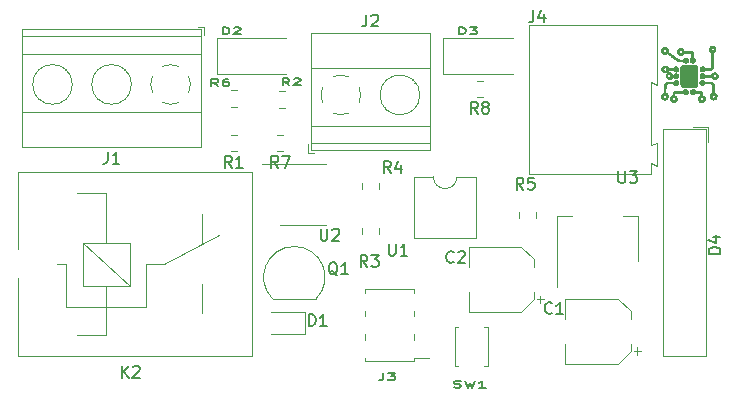
<source format=gto>
G04 #@! TF.GenerationSoftware,KiCad,Pcbnew,(5.1.2)-1*
G04 #@! TF.CreationDate,2019-07-04T14:52:25+03:00*
G04 #@! TF.ProjectId,Elevator_FirePanel Board,456c6576-6174-46f7-925f-466972655061,rev?*
G04 #@! TF.SameCoordinates,Original*
G04 #@! TF.FileFunction,Legend,Top*
G04 #@! TF.FilePolarity,Positive*
%FSLAX46Y46*%
G04 Gerber Fmt 4.6, Leading zero omitted, Abs format (unit mm)*
G04 Created by KiCad (PCBNEW (5.1.2)-1) date 2019-07-04 14:52:25*
%MOMM*%
%LPD*%
G04 APERTURE LIST*
%ADD10C,0.010000*%
%ADD11C,0.120000*%
%ADD12C,0.150000*%
G04 APERTURE END LIST*
D10*
G36*
X148734159Y-67988147D02*
G01*
X148762246Y-67991248D01*
X148787114Y-67998290D01*
X148815607Y-68010743D01*
X148824683Y-68015161D01*
X148879308Y-68048324D01*
X148922652Y-68089625D01*
X148957445Y-68142138D01*
X148978655Y-68188417D01*
X148991303Y-68220167D01*
X149298651Y-68220174D01*
X149606000Y-68220180D01*
X149658858Y-68245186D01*
X149692973Y-68263641D01*
X149716840Y-68283375D01*
X149736688Y-68309574D01*
X149737280Y-68310504D01*
X149753579Y-68339312D01*
X149766731Y-68367975D01*
X149771159Y-68380741D01*
X149773626Y-68397940D01*
X149775822Y-68429110D01*
X149777630Y-68471289D01*
X149778934Y-68521514D01*
X149779617Y-68576824D01*
X149779688Y-68596933D01*
X149779903Y-68783200D01*
X149822669Y-68808596D01*
X149867400Y-68844259D01*
X149901019Y-68889856D01*
X149922049Y-68942001D01*
X149929014Y-68997308D01*
X149923767Y-69040323D01*
X149906078Y-69088825D01*
X149878812Y-69133475D01*
X149845933Y-69167791D01*
X149845734Y-69167946D01*
X149802510Y-69192215D01*
X149750808Y-69206552D01*
X149696327Y-69210284D01*
X149644766Y-69202741D01*
X149621511Y-69194372D01*
X149578631Y-69167280D01*
X149540587Y-69129225D01*
X149512246Y-69085553D01*
X149503854Y-69065189D01*
X149494049Y-69010956D01*
X149498405Y-68955144D01*
X149515664Y-68901784D01*
X149544566Y-68854906D01*
X149580062Y-68821181D01*
X149602385Y-68804885D01*
X149619938Y-68791554D01*
X149625050Y-68787409D01*
X149628827Y-68779293D01*
X149631681Y-68761258D01*
X149633697Y-68731756D01*
X149634961Y-68689238D01*
X149635558Y-68632154D01*
X149635634Y-68595948D01*
X149635634Y-68413598D01*
X149612296Y-68390260D01*
X149602500Y-68381116D01*
X149592358Y-68374577D01*
X149578796Y-68370031D01*
X149558739Y-68366870D01*
X149529113Y-68364483D01*
X149486841Y-68362262D01*
X149466246Y-68361309D01*
X149417425Y-68359507D01*
X149357018Y-68357941D01*
X149290367Y-68356713D01*
X149222818Y-68355921D01*
X149165126Y-68355664D01*
X148986719Y-68355634D01*
X148966918Y-68399446D01*
X148932025Y-68457490D01*
X148885424Y-68505961D01*
X148829868Y-68543040D01*
X148768106Y-68566909D01*
X148702892Y-68575751D01*
X148700067Y-68575767D01*
X148639278Y-68568232D01*
X148578641Y-68547197D01*
X148522860Y-68515012D01*
X148476641Y-68474028D01*
X148463083Y-68457346D01*
X148432232Y-68407805D01*
X148414060Y-68358141D01*
X148406546Y-68302048D01*
X148406060Y-68279434D01*
X148407731Y-68260993D01*
X148556806Y-68260993D01*
X148557167Y-68304999D01*
X148572237Y-68346604D01*
X148601618Y-68383071D01*
X148635214Y-68406733D01*
X148670625Y-68418540D01*
X148711300Y-68420975D01*
X148750395Y-68414327D01*
X148778735Y-68400696D01*
X148815005Y-68364891D01*
X148837381Y-68323294D01*
X148845552Y-68278827D01*
X148839205Y-68234413D01*
X148818027Y-68192975D01*
X148802813Y-68175311D01*
X148763061Y-68146136D01*
X148719596Y-68132652D01*
X148675026Y-68134840D01*
X148631962Y-68152681D01*
X148601802Y-68176740D01*
X148571552Y-68217327D01*
X148556806Y-68260993D01*
X148407731Y-68260993D01*
X148412308Y-68210491D01*
X148431548Y-68150905D01*
X148464786Y-68098075D01*
X148484643Y-68075745D01*
X148534341Y-68032962D01*
X148587043Y-68005089D01*
X148646467Y-67990572D01*
X148696012Y-67987517D01*
X148734159Y-67988147D01*
X148734159Y-67988147D01*
G37*
X148734159Y-67988147D02*
X148762246Y-67991248D01*
X148787114Y-67998290D01*
X148815607Y-68010743D01*
X148824683Y-68015161D01*
X148879308Y-68048324D01*
X148922652Y-68089625D01*
X148957445Y-68142138D01*
X148978655Y-68188417D01*
X148991303Y-68220167D01*
X149298651Y-68220174D01*
X149606000Y-68220180D01*
X149658858Y-68245186D01*
X149692973Y-68263641D01*
X149716840Y-68283375D01*
X149736688Y-68309574D01*
X149737280Y-68310504D01*
X149753579Y-68339312D01*
X149766731Y-68367975D01*
X149771159Y-68380741D01*
X149773626Y-68397940D01*
X149775822Y-68429110D01*
X149777630Y-68471289D01*
X149778934Y-68521514D01*
X149779617Y-68576824D01*
X149779688Y-68596933D01*
X149779903Y-68783200D01*
X149822669Y-68808596D01*
X149867400Y-68844259D01*
X149901019Y-68889856D01*
X149922049Y-68942001D01*
X149929014Y-68997308D01*
X149923767Y-69040323D01*
X149906078Y-69088825D01*
X149878812Y-69133475D01*
X149845933Y-69167791D01*
X149845734Y-69167946D01*
X149802510Y-69192215D01*
X149750808Y-69206552D01*
X149696327Y-69210284D01*
X149644766Y-69202741D01*
X149621511Y-69194372D01*
X149578631Y-69167280D01*
X149540587Y-69129225D01*
X149512246Y-69085553D01*
X149503854Y-69065189D01*
X149494049Y-69010956D01*
X149498405Y-68955144D01*
X149515664Y-68901784D01*
X149544566Y-68854906D01*
X149580062Y-68821181D01*
X149602385Y-68804885D01*
X149619938Y-68791554D01*
X149625050Y-68787409D01*
X149628827Y-68779293D01*
X149631681Y-68761258D01*
X149633697Y-68731756D01*
X149634961Y-68689238D01*
X149635558Y-68632154D01*
X149635634Y-68595948D01*
X149635634Y-68413598D01*
X149612296Y-68390260D01*
X149602500Y-68381116D01*
X149592358Y-68374577D01*
X149578796Y-68370031D01*
X149558739Y-68366870D01*
X149529113Y-68364483D01*
X149486841Y-68362262D01*
X149466246Y-68361309D01*
X149417425Y-68359507D01*
X149357018Y-68357941D01*
X149290367Y-68356713D01*
X149222818Y-68355921D01*
X149165126Y-68355664D01*
X148986719Y-68355634D01*
X148966918Y-68399446D01*
X148932025Y-68457490D01*
X148885424Y-68505961D01*
X148829868Y-68543040D01*
X148768106Y-68566909D01*
X148702892Y-68575751D01*
X148700067Y-68575767D01*
X148639278Y-68568232D01*
X148578641Y-68547197D01*
X148522860Y-68515012D01*
X148476641Y-68474028D01*
X148463083Y-68457346D01*
X148432232Y-68407805D01*
X148414060Y-68358141D01*
X148406546Y-68302048D01*
X148406060Y-68279434D01*
X148407731Y-68260993D01*
X148556806Y-68260993D01*
X148557167Y-68304999D01*
X148572237Y-68346604D01*
X148601618Y-68383071D01*
X148635214Y-68406733D01*
X148670625Y-68418540D01*
X148711300Y-68420975D01*
X148750395Y-68414327D01*
X148778735Y-68400696D01*
X148815005Y-68364891D01*
X148837381Y-68323294D01*
X148845552Y-68278827D01*
X148839205Y-68234413D01*
X148818027Y-68192975D01*
X148802813Y-68175311D01*
X148763061Y-68146136D01*
X148719596Y-68132652D01*
X148675026Y-68134840D01*
X148631962Y-68152681D01*
X148601802Y-68176740D01*
X148571552Y-68217327D01*
X148556806Y-68260993D01*
X148407731Y-68260993D01*
X148412308Y-68210491D01*
X148431548Y-68150905D01*
X148464786Y-68098075D01*
X148484643Y-68075745D01*
X148534341Y-68032962D01*
X148587043Y-68005089D01*
X148646467Y-67990572D01*
X148696012Y-67987517D01*
X148734159Y-67988147D01*
G36*
X147370800Y-67886092D02*
G01*
X147411075Y-67887045D01*
X147440566Y-67890253D01*
X147465386Y-67896870D01*
X147491651Y-67908050D01*
X147494637Y-67909485D01*
X147540213Y-67938278D01*
X147583615Y-67977648D01*
X147619699Y-68022340D01*
X147639371Y-68057325D01*
X147656290Y-68114198D01*
X147660973Y-68177040D01*
X147653180Y-68239863D01*
X147647574Y-68260377D01*
X147630813Y-68313287D01*
X147661673Y-68337280D01*
X147677542Y-68349114D01*
X147705553Y-68369463D01*
X147743992Y-68397110D01*
X147791143Y-68430843D01*
X147845290Y-68469445D01*
X147904717Y-68511701D01*
X147967708Y-68556398D01*
X148032547Y-68602320D01*
X148097519Y-68648252D01*
X148160907Y-68692979D01*
X148220995Y-68735286D01*
X148276069Y-68773959D01*
X148324411Y-68807782D01*
X148364307Y-68835542D01*
X148394040Y-68856022D01*
X148401245Y-68860918D01*
X148447877Y-68890764D01*
X148490140Y-68914591D01*
X148524494Y-68930478D01*
X148536711Y-68934601D01*
X148563742Y-68939715D01*
X148605215Y-68944419D01*
X148658642Y-68948498D01*
X148721532Y-68951737D01*
X148744507Y-68952604D01*
X148907480Y-68958217D01*
X148924948Y-68917275D01*
X148955149Y-68865502D01*
X148995126Y-68825230D01*
X149042296Y-68797100D01*
X149094078Y-68781751D01*
X149147889Y-68779823D01*
X149201146Y-68791954D01*
X149251269Y-68818784D01*
X149268188Y-68832288D01*
X149308305Y-68877219D01*
X149333830Y-68926556D01*
X149345595Y-68978054D01*
X149344434Y-69029463D01*
X149331178Y-69078537D01*
X149306659Y-69123028D01*
X149271710Y-69160688D01*
X149227162Y-69189270D01*
X149173849Y-69206527D01*
X149128088Y-69210684D01*
X149081221Y-69207171D01*
X149040965Y-69195553D01*
X149029818Y-69190680D01*
X148998575Y-69171988D01*
X148968645Y-69147564D01*
X148957851Y-69136225D01*
X148928667Y-69101692D01*
X148759333Y-69096333D01*
X148686540Y-69093699D01*
X148628020Y-69090658D01*
X148581110Y-69086823D01*
X148543150Y-69081808D01*
X148511479Y-69075227D01*
X148483436Y-69066696D01*
X148456360Y-69055827D01*
X148445371Y-69050817D01*
X148429462Y-69043084D01*
X148412487Y-69034125D01*
X148393347Y-69023203D01*
X148370947Y-69009582D01*
X148344190Y-68992523D01*
X148311979Y-68971291D01*
X148273217Y-68945148D01*
X148226808Y-68913357D01*
X148171654Y-68875182D01*
X148106659Y-68829884D01*
X148030725Y-68776728D01*
X147942757Y-68714975D01*
X147881379Y-68671828D01*
X147528358Y-68423572D01*
X147487679Y-68441869D01*
X147460295Y-68451938D01*
X147429773Y-68457829D01*
X147390425Y-68460465D01*
X147370651Y-68460816D01*
X147332091Y-68460576D01*
X147304173Y-68458218D01*
X147280626Y-68452459D01*
X147255179Y-68442017D01*
X147237746Y-68433639D01*
X147178412Y-68395852D01*
X147131742Y-68347482D01*
X147098693Y-68289554D01*
X147095185Y-68280679D01*
X147081306Y-68223058D01*
X147079570Y-68171214D01*
X147222634Y-68171214D01*
X147230001Y-68219004D01*
X147251974Y-68258256D01*
X147288359Y-68288663D01*
X147300504Y-68295255D01*
X147348297Y-68311109D01*
X147394170Y-68310256D01*
X147414699Y-68304295D01*
X147454210Y-68281132D01*
X147485310Y-68246755D01*
X147504991Y-68205410D01*
X147510500Y-68168950D01*
X147503197Y-68121636D01*
X147483149Y-68081954D01*
X147453149Y-68051233D01*
X147415989Y-68030800D01*
X147374462Y-68021982D01*
X147331360Y-68026106D01*
X147289476Y-68044501D01*
X147273514Y-68056298D01*
X147243626Y-68088817D01*
X147227326Y-68126502D01*
X147222634Y-68171214D01*
X147079570Y-68171214D01*
X147079202Y-68160249D01*
X147088582Y-68098564D01*
X147105832Y-68050777D01*
X147143352Y-67992608D01*
X147193103Y-67943458D01*
X147247253Y-67909009D01*
X147273250Y-67897362D01*
X147296765Y-67890399D01*
X147323797Y-67887007D01*
X147360340Y-67886075D01*
X147370800Y-67886092D01*
X147370800Y-67886092D01*
G37*
X147370800Y-67886092D02*
X147411075Y-67887045D01*
X147440566Y-67890253D01*
X147465386Y-67896870D01*
X147491651Y-67908050D01*
X147494637Y-67909485D01*
X147540213Y-67938278D01*
X147583615Y-67977648D01*
X147619699Y-68022340D01*
X147639371Y-68057325D01*
X147656290Y-68114198D01*
X147660973Y-68177040D01*
X147653180Y-68239863D01*
X147647574Y-68260377D01*
X147630813Y-68313287D01*
X147661673Y-68337280D01*
X147677542Y-68349114D01*
X147705553Y-68369463D01*
X147743992Y-68397110D01*
X147791143Y-68430843D01*
X147845290Y-68469445D01*
X147904717Y-68511701D01*
X147967708Y-68556398D01*
X148032547Y-68602320D01*
X148097519Y-68648252D01*
X148160907Y-68692979D01*
X148220995Y-68735286D01*
X148276069Y-68773959D01*
X148324411Y-68807782D01*
X148364307Y-68835542D01*
X148394040Y-68856022D01*
X148401245Y-68860918D01*
X148447877Y-68890764D01*
X148490140Y-68914591D01*
X148524494Y-68930478D01*
X148536711Y-68934601D01*
X148563742Y-68939715D01*
X148605215Y-68944419D01*
X148658642Y-68948498D01*
X148721532Y-68951737D01*
X148744507Y-68952604D01*
X148907480Y-68958217D01*
X148924948Y-68917275D01*
X148955149Y-68865502D01*
X148995126Y-68825230D01*
X149042296Y-68797100D01*
X149094078Y-68781751D01*
X149147889Y-68779823D01*
X149201146Y-68791954D01*
X149251269Y-68818784D01*
X149268188Y-68832288D01*
X149308305Y-68877219D01*
X149333830Y-68926556D01*
X149345595Y-68978054D01*
X149344434Y-69029463D01*
X149331178Y-69078537D01*
X149306659Y-69123028D01*
X149271710Y-69160688D01*
X149227162Y-69189270D01*
X149173849Y-69206527D01*
X149128088Y-69210684D01*
X149081221Y-69207171D01*
X149040965Y-69195553D01*
X149029818Y-69190680D01*
X148998575Y-69171988D01*
X148968645Y-69147564D01*
X148957851Y-69136225D01*
X148928667Y-69101692D01*
X148759333Y-69096333D01*
X148686540Y-69093699D01*
X148628020Y-69090658D01*
X148581110Y-69086823D01*
X148543150Y-69081808D01*
X148511479Y-69075227D01*
X148483436Y-69066696D01*
X148456360Y-69055827D01*
X148445371Y-69050817D01*
X148429462Y-69043084D01*
X148412487Y-69034125D01*
X148393347Y-69023203D01*
X148370947Y-69009582D01*
X148344190Y-68992523D01*
X148311979Y-68971291D01*
X148273217Y-68945148D01*
X148226808Y-68913357D01*
X148171654Y-68875182D01*
X148106659Y-68829884D01*
X148030725Y-68776728D01*
X147942757Y-68714975D01*
X147881379Y-68671828D01*
X147528358Y-68423572D01*
X147487679Y-68441869D01*
X147460295Y-68451938D01*
X147429773Y-68457829D01*
X147390425Y-68460465D01*
X147370651Y-68460816D01*
X147332091Y-68460576D01*
X147304173Y-68458218D01*
X147280626Y-68452459D01*
X147255179Y-68442017D01*
X147237746Y-68433639D01*
X147178412Y-68395852D01*
X147131742Y-68347482D01*
X147098693Y-68289554D01*
X147095185Y-68280679D01*
X147081306Y-68223058D01*
X147079570Y-68171214D01*
X147222634Y-68171214D01*
X147230001Y-68219004D01*
X147251974Y-68258256D01*
X147288359Y-68288663D01*
X147300504Y-68295255D01*
X147348297Y-68311109D01*
X147394170Y-68310256D01*
X147414699Y-68304295D01*
X147454210Y-68281132D01*
X147485310Y-68246755D01*
X147504991Y-68205410D01*
X147510500Y-68168950D01*
X147503197Y-68121636D01*
X147483149Y-68081954D01*
X147453149Y-68051233D01*
X147415989Y-68030800D01*
X147374462Y-68021982D01*
X147331360Y-68026106D01*
X147289476Y-68044501D01*
X147273514Y-68056298D01*
X147243626Y-68088817D01*
X147227326Y-68126502D01*
X147222634Y-68171214D01*
X147079570Y-68171214D01*
X147079202Y-68160249D01*
X147088582Y-68098564D01*
X147105832Y-68050777D01*
X147143352Y-67992608D01*
X147193103Y-67943458D01*
X147247253Y-67909009D01*
X147273250Y-67897362D01*
X147296765Y-67890399D01*
X147323797Y-67887007D01*
X147360340Y-67886075D01*
X147370800Y-67886092D01*
G36*
X151455097Y-67800325D02*
G01*
X151510858Y-67820372D01*
X151561703Y-67853004D01*
X151605369Y-67898212D01*
X151634915Y-67946048D01*
X151656705Y-68007753D01*
X151663911Y-68072234D01*
X151656395Y-68135491D01*
X151642787Y-68175805D01*
X151621673Y-68211555D01*
X151591093Y-68248381D01*
X151555482Y-68282001D01*
X151519270Y-68308133D01*
X151492619Y-68320847D01*
X151458489Y-68332111D01*
X151453702Y-68951356D01*
X151452778Y-69068866D01*
X151451924Y-69170692D01*
X151451098Y-69258083D01*
X151450259Y-69332290D01*
X151449366Y-69394560D01*
X151448377Y-69446143D01*
X151447252Y-69488289D01*
X151445950Y-69522246D01*
X151444429Y-69549264D01*
X151442648Y-69570593D01*
X151440566Y-69587480D01*
X151438142Y-69601176D01*
X151435335Y-69612930D01*
X151432103Y-69623991D01*
X151431477Y-69625993D01*
X151403665Y-69693664D01*
X151366522Y-69747838D01*
X151318758Y-69789922D01*
X151259084Y-69821319D01*
X151248534Y-69825375D01*
X151233366Y-69830215D01*
X151215690Y-69834047D01*
X151193257Y-69837027D01*
X151163818Y-69839310D01*
X151125127Y-69841053D01*
X151074934Y-69842409D01*
X151010993Y-69843536D01*
X150979780Y-69843974D01*
X150753360Y-69846995D01*
X150704614Y-69895395D01*
X150664509Y-69930427D01*
X150629531Y-69951037D01*
X150621018Y-69954048D01*
X150579836Y-69961640D01*
X150534447Y-69963026D01*
X150493020Y-69958204D01*
X150478067Y-69954085D01*
X150432670Y-69929902D01*
X150393072Y-69893092D01*
X150362610Y-69847782D01*
X150344621Y-69798096D01*
X150342606Y-69786546D01*
X150341985Y-69723570D01*
X150357150Y-69664836D01*
X150387081Y-69612507D01*
X150430761Y-69568744D01*
X150452295Y-69553848D01*
X150476431Y-69540230D01*
X150497944Y-69532492D01*
X150523422Y-69529037D01*
X150557836Y-69528267D01*
X150594314Y-69529243D01*
X150620533Y-69533162D01*
X150643109Y-69541506D01*
X150661594Y-69551542D01*
X150704309Y-69583335D01*
X150738761Y-69622133D01*
X150761053Y-69663395D01*
X150763280Y-69670083D01*
X150772847Y-69701834D01*
X150972590Y-69701462D01*
X151048832Y-69700953D01*
X151110155Y-69699350D01*
X151158564Y-69696067D01*
X151196067Y-69690516D01*
X151224669Y-69682112D01*
X151246377Y-69670269D01*
X151263196Y-69654399D01*
X151277134Y-69633917D01*
X151289979Y-69608700D01*
X151293356Y-69601151D01*
X151296283Y-69593146D01*
X151298797Y-69583470D01*
X151300937Y-69570907D01*
X151302739Y-69554240D01*
X151304241Y-69532255D01*
X151305481Y-69503736D01*
X151306496Y-69467465D01*
X151307323Y-69422229D01*
X151308001Y-69366811D01*
X151308566Y-69299994D01*
X151309056Y-69220564D01*
X151309509Y-69127305D01*
X151309962Y-69019000D01*
X151310226Y-68952229D01*
X151312651Y-68333859D01*
X151281163Y-68322472D01*
X151249103Y-68305120D01*
X151213987Y-68276943D01*
X151180321Y-68242270D01*
X151152608Y-68205428D01*
X151144013Y-68190701D01*
X151133144Y-68168003D01*
X151126452Y-68146756D01*
X151122965Y-68121624D01*
X151121710Y-68087273D01*
X151121615Y-68067767D01*
X151121773Y-68056742D01*
X151261934Y-68056742D01*
X151264811Y-68096213D01*
X151280244Y-68132851D01*
X151306217Y-68163539D01*
X151340714Y-68185160D01*
X151381720Y-68194595D01*
X151388234Y-68194767D01*
X151429583Y-68188250D01*
X151457025Y-68174117D01*
X151489785Y-68143131D01*
X151508555Y-68106494D01*
X151513849Y-68067302D01*
X151506175Y-68028649D01*
X151486045Y-67993632D01*
X151453971Y-67965346D01*
X151419954Y-67949610D01*
X151391923Y-67944238D01*
X151365329Y-67944538D01*
X151362601Y-67945051D01*
X151331087Y-67958647D01*
X151300208Y-67982893D01*
X151276415Y-68012534D01*
X151273629Y-68017555D01*
X151261934Y-68056742D01*
X151121773Y-68056742D01*
X151122190Y-68027661D01*
X151124566Y-67999127D01*
X151129719Y-67976822D01*
X151138623Y-67955404D01*
X151144100Y-67944660D01*
X151181807Y-67889070D01*
X151228183Y-67846102D01*
X151280964Y-67815750D01*
X151337886Y-67798007D01*
X151396685Y-67792868D01*
X151455097Y-67800325D01*
X151455097Y-67800325D01*
G37*
X151455097Y-67800325D02*
X151510858Y-67820372D01*
X151561703Y-67853004D01*
X151605369Y-67898212D01*
X151634915Y-67946048D01*
X151656705Y-68007753D01*
X151663911Y-68072234D01*
X151656395Y-68135491D01*
X151642787Y-68175805D01*
X151621673Y-68211555D01*
X151591093Y-68248381D01*
X151555482Y-68282001D01*
X151519270Y-68308133D01*
X151492619Y-68320847D01*
X151458489Y-68332111D01*
X151453702Y-68951356D01*
X151452778Y-69068866D01*
X151451924Y-69170692D01*
X151451098Y-69258083D01*
X151450259Y-69332290D01*
X151449366Y-69394560D01*
X151448377Y-69446143D01*
X151447252Y-69488289D01*
X151445950Y-69522246D01*
X151444429Y-69549264D01*
X151442648Y-69570593D01*
X151440566Y-69587480D01*
X151438142Y-69601176D01*
X151435335Y-69612930D01*
X151432103Y-69623991D01*
X151431477Y-69625993D01*
X151403665Y-69693664D01*
X151366522Y-69747838D01*
X151318758Y-69789922D01*
X151259084Y-69821319D01*
X151248534Y-69825375D01*
X151233366Y-69830215D01*
X151215690Y-69834047D01*
X151193257Y-69837027D01*
X151163818Y-69839310D01*
X151125127Y-69841053D01*
X151074934Y-69842409D01*
X151010993Y-69843536D01*
X150979780Y-69843974D01*
X150753360Y-69846995D01*
X150704614Y-69895395D01*
X150664509Y-69930427D01*
X150629531Y-69951037D01*
X150621018Y-69954048D01*
X150579836Y-69961640D01*
X150534447Y-69963026D01*
X150493020Y-69958204D01*
X150478067Y-69954085D01*
X150432670Y-69929902D01*
X150393072Y-69893092D01*
X150362610Y-69847782D01*
X150344621Y-69798096D01*
X150342606Y-69786546D01*
X150341985Y-69723570D01*
X150357150Y-69664836D01*
X150387081Y-69612507D01*
X150430761Y-69568744D01*
X150452295Y-69553848D01*
X150476431Y-69540230D01*
X150497944Y-69532492D01*
X150523422Y-69529037D01*
X150557836Y-69528267D01*
X150594314Y-69529243D01*
X150620533Y-69533162D01*
X150643109Y-69541506D01*
X150661594Y-69551542D01*
X150704309Y-69583335D01*
X150738761Y-69622133D01*
X150761053Y-69663395D01*
X150763280Y-69670083D01*
X150772847Y-69701834D01*
X150972590Y-69701462D01*
X151048832Y-69700953D01*
X151110155Y-69699350D01*
X151158564Y-69696067D01*
X151196067Y-69690516D01*
X151224669Y-69682112D01*
X151246377Y-69670269D01*
X151263196Y-69654399D01*
X151277134Y-69633917D01*
X151289979Y-69608700D01*
X151293356Y-69601151D01*
X151296283Y-69593146D01*
X151298797Y-69583470D01*
X151300937Y-69570907D01*
X151302739Y-69554240D01*
X151304241Y-69532255D01*
X151305481Y-69503736D01*
X151306496Y-69467465D01*
X151307323Y-69422229D01*
X151308001Y-69366811D01*
X151308566Y-69299994D01*
X151309056Y-69220564D01*
X151309509Y-69127305D01*
X151309962Y-69019000D01*
X151310226Y-68952229D01*
X151312651Y-68333859D01*
X151281163Y-68322472D01*
X151249103Y-68305120D01*
X151213987Y-68276943D01*
X151180321Y-68242270D01*
X151152608Y-68205428D01*
X151144013Y-68190701D01*
X151133144Y-68168003D01*
X151126452Y-68146756D01*
X151122965Y-68121624D01*
X151121710Y-68087273D01*
X151121615Y-68067767D01*
X151121773Y-68056742D01*
X151261934Y-68056742D01*
X151264811Y-68096213D01*
X151280244Y-68132851D01*
X151306217Y-68163539D01*
X151340714Y-68185160D01*
X151381720Y-68194595D01*
X151388234Y-68194767D01*
X151429583Y-68188250D01*
X151457025Y-68174117D01*
X151489785Y-68143131D01*
X151508555Y-68106494D01*
X151513849Y-68067302D01*
X151506175Y-68028649D01*
X151486045Y-67993632D01*
X151453971Y-67965346D01*
X151419954Y-67949610D01*
X151391923Y-67944238D01*
X151365329Y-67944538D01*
X151362601Y-67945051D01*
X151331087Y-67958647D01*
X151300208Y-67982893D01*
X151276415Y-68012534D01*
X151273629Y-68017555D01*
X151261934Y-68056742D01*
X151121773Y-68056742D01*
X151122190Y-68027661D01*
X151124566Y-67999127D01*
X151129719Y-67976822D01*
X151138623Y-67955404D01*
X151144100Y-67944660D01*
X151181807Y-67889070D01*
X151228183Y-67846102D01*
X151280964Y-67815750D01*
X151337886Y-67798007D01*
X151396685Y-67792868D01*
X151455097Y-67800325D01*
G36*
X147443911Y-69463574D02*
G01*
X147495321Y-69480182D01*
X147497800Y-69481368D01*
X147550863Y-69515322D01*
X147598168Y-69560904D01*
X147635603Y-69613594D01*
X147654049Y-69653150D01*
X147662481Y-69676433D01*
X148101112Y-69676433D01*
X148111500Y-69651356D01*
X148128059Y-69624984D01*
X148154738Y-69596067D01*
X148186314Y-69569225D01*
X148217565Y-69549081D01*
X148235399Y-69541721D01*
X148279515Y-69534070D01*
X148325489Y-69533647D01*
X148365971Y-69540315D01*
X148377670Y-69544377D01*
X148414030Y-69565811D01*
X148450148Y-69597477D01*
X148480074Y-69633664D01*
X148492139Y-69654245D01*
X148506569Y-69700986D01*
X148509746Y-69754055D01*
X148501761Y-69807211D01*
X148489388Y-69841534D01*
X148457554Y-69891146D01*
X148416087Y-69928652D01*
X148367550Y-69953082D01*
X148314509Y-69963466D01*
X148259525Y-69958834D01*
X148217405Y-69944392D01*
X148179100Y-69920708D01*
X148143531Y-69888506D01*
X148116417Y-69853296D01*
X148109618Y-69840491D01*
X148100449Y-69820367D01*
X147881409Y-69820367D01*
X147814578Y-69820445D01*
X147762735Y-69820764D01*
X147723934Y-69821453D01*
X147696229Y-69822641D01*
X147677675Y-69824456D01*
X147666326Y-69827028D01*
X147660236Y-69830484D01*
X147657460Y-69834954D01*
X147657381Y-69835184D01*
X147627581Y-69900604D01*
X147586390Y-69955592D01*
X147535433Y-69998218D01*
X147506267Y-70014548D01*
X147458159Y-70030503D01*
X147401937Y-70038277D01*
X147344492Y-70037538D01*
X147292714Y-70027956D01*
X147284439Y-70025234D01*
X147218588Y-69993599D01*
X147164985Y-69950622D01*
X147124395Y-69897406D01*
X147097586Y-69835058D01*
X147085325Y-69764681D01*
X147084907Y-69748400D01*
X147231100Y-69748400D01*
X147237082Y-69793014D01*
X147256420Y-69830629D01*
X147279028Y-69855294D01*
X147318009Y-69882693D01*
X147359267Y-69893777D01*
X147405306Y-69889163D01*
X147410754Y-69887728D01*
X147455584Y-69867476D01*
X147489500Y-69836389D01*
X147511302Y-69797404D01*
X147519787Y-69753458D01*
X147513755Y-69707490D01*
X147498625Y-69672845D01*
X147468127Y-69635775D01*
X147429799Y-69611871D01*
X147386927Y-69601610D01*
X147342796Y-69605467D01*
X147300691Y-69623919D01*
X147279028Y-69640989D01*
X147249241Y-69676710D01*
X147234123Y-69715504D01*
X147231100Y-69748400D01*
X147084907Y-69748400D01*
X147084622Y-69737310D01*
X147086576Y-69698409D01*
X147092779Y-69667355D01*
X147105339Y-69635198D01*
X147111913Y-69621446D01*
X147147883Y-69565305D01*
X147194901Y-69517928D01*
X147249364Y-69482662D01*
X147271726Y-69472958D01*
X147325692Y-69459723D01*
X147385227Y-69456675D01*
X147443911Y-69463574D01*
X147443911Y-69463574D01*
G37*
X147443911Y-69463574D02*
X147495321Y-69480182D01*
X147497800Y-69481368D01*
X147550863Y-69515322D01*
X147598168Y-69560904D01*
X147635603Y-69613594D01*
X147654049Y-69653150D01*
X147662481Y-69676433D01*
X148101112Y-69676433D01*
X148111500Y-69651356D01*
X148128059Y-69624984D01*
X148154738Y-69596067D01*
X148186314Y-69569225D01*
X148217565Y-69549081D01*
X148235399Y-69541721D01*
X148279515Y-69534070D01*
X148325489Y-69533647D01*
X148365971Y-69540315D01*
X148377670Y-69544377D01*
X148414030Y-69565811D01*
X148450148Y-69597477D01*
X148480074Y-69633664D01*
X148492139Y-69654245D01*
X148506569Y-69700986D01*
X148509746Y-69754055D01*
X148501761Y-69807211D01*
X148489388Y-69841534D01*
X148457554Y-69891146D01*
X148416087Y-69928652D01*
X148367550Y-69953082D01*
X148314509Y-69963466D01*
X148259525Y-69958834D01*
X148217405Y-69944392D01*
X148179100Y-69920708D01*
X148143531Y-69888506D01*
X148116417Y-69853296D01*
X148109618Y-69840491D01*
X148100449Y-69820367D01*
X147881409Y-69820367D01*
X147814578Y-69820445D01*
X147762735Y-69820764D01*
X147723934Y-69821453D01*
X147696229Y-69822641D01*
X147677675Y-69824456D01*
X147666326Y-69827028D01*
X147660236Y-69830484D01*
X147657460Y-69834954D01*
X147657381Y-69835184D01*
X147627581Y-69900604D01*
X147586390Y-69955592D01*
X147535433Y-69998218D01*
X147506267Y-70014548D01*
X147458159Y-70030503D01*
X147401937Y-70038277D01*
X147344492Y-70037538D01*
X147292714Y-70027956D01*
X147284439Y-70025234D01*
X147218588Y-69993599D01*
X147164985Y-69950622D01*
X147124395Y-69897406D01*
X147097586Y-69835058D01*
X147085325Y-69764681D01*
X147084907Y-69748400D01*
X147231100Y-69748400D01*
X147237082Y-69793014D01*
X147256420Y-69830629D01*
X147279028Y-69855294D01*
X147318009Y-69882693D01*
X147359267Y-69893777D01*
X147405306Y-69889163D01*
X147410754Y-69887728D01*
X147455584Y-69867476D01*
X147489500Y-69836389D01*
X147511302Y-69797404D01*
X147519787Y-69753458D01*
X147513755Y-69707490D01*
X147498625Y-69672845D01*
X147468127Y-69635775D01*
X147429799Y-69611871D01*
X147386927Y-69601610D01*
X147342796Y-69605467D01*
X147300691Y-69623919D01*
X147279028Y-69640989D01*
X147249241Y-69676710D01*
X147234123Y-69715504D01*
X147231100Y-69748400D01*
X147084907Y-69748400D01*
X147084622Y-69737310D01*
X147086576Y-69698409D01*
X147092779Y-69667355D01*
X147105339Y-69635198D01*
X147111913Y-69621446D01*
X147147883Y-69565305D01*
X147194901Y-69517928D01*
X147249364Y-69482662D01*
X147271726Y-69472958D01*
X147325692Y-69459723D01*
X147385227Y-69456675D01*
X147443911Y-69463574D01*
G36*
X147783623Y-70033081D02*
G01*
X147833849Y-70048742D01*
X147840105Y-70051055D01*
X147885316Y-70075189D01*
X147929180Y-70111403D01*
X147967030Y-70155174D01*
X147992994Y-70199250D01*
X148013052Y-70243700D01*
X148057305Y-70243700D01*
X148083628Y-70242938D01*
X148099505Y-70238213D01*
X148111416Y-70225869D01*
X148123402Y-70206426D01*
X148155788Y-70165452D01*
X148198006Y-70132979D01*
X148245965Y-70111038D01*
X148295575Y-70101664D01*
X148329879Y-70103812D01*
X148369791Y-70116290D01*
X148410701Y-70137354D01*
X148445969Y-70163140D01*
X148463470Y-70181569D01*
X148491254Y-70226603D01*
X148505830Y-70273941D01*
X148509381Y-70321745D01*
X148501604Y-70381752D01*
X148479876Y-70434360D01*
X148445940Y-70477774D01*
X148401536Y-70510200D01*
X148348408Y-70529845D01*
X148302134Y-70535140D01*
X148245745Y-70527724D01*
X148194454Y-70504754D01*
X148150243Y-70467319D01*
X148128967Y-70439922D01*
X148112349Y-70415945D01*
X148099552Y-70402842D01*
X148085111Y-70397327D01*
X148063558Y-70396115D01*
X148056034Y-70396100D01*
X148012334Y-70396100D01*
X147997874Y-70433962D01*
X147969307Y-70486577D01*
X147928194Y-70532080D01*
X147877704Y-70568792D01*
X147821007Y-70595038D01*
X147761271Y-70609138D01*
X147701666Y-70609417D01*
X147675600Y-70604552D01*
X147614575Y-70583242D01*
X147563735Y-70551679D01*
X147524819Y-70514646D01*
X147484837Y-70458885D01*
X147460522Y-70397425D01*
X147452117Y-70334642D01*
X147582613Y-70334642D01*
X147586353Y-70352479D01*
X147602459Y-70387426D01*
X147628942Y-70420114D01*
X147660731Y-70445123D01*
X147682004Y-70454744D01*
X147725916Y-70459883D01*
X147772004Y-70451362D01*
X147809615Y-70433269D01*
X147839231Y-70405338D01*
X147861701Y-70368123D01*
X147873351Y-70328312D01*
X147874195Y-70315667D01*
X147868053Y-70281129D01*
X147852159Y-70244318D01*
X147830308Y-70213058D01*
X147819451Y-70202814D01*
X147777827Y-70179152D01*
X147734707Y-70170124D01*
X147692557Y-70174148D01*
X147653840Y-70189640D01*
X147621022Y-70215018D01*
X147596569Y-70248700D01*
X147582944Y-70289102D01*
X147582613Y-70334642D01*
X147452117Y-70334642D01*
X147451343Y-70328864D01*
X147451234Y-70319900D01*
X147456574Y-70256681D01*
X147473746Y-70201804D01*
X147504474Y-70151212D01*
X147540033Y-70111042D01*
X147568946Y-70083523D01*
X147593017Y-70065198D01*
X147618290Y-70052291D01*
X147650808Y-70041024D01*
X147653259Y-70040276D01*
X147699257Y-70029190D01*
X147740736Y-70026678D01*
X147783623Y-70033081D01*
X147783623Y-70033081D01*
G37*
X147783623Y-70033081D02*
X147833849Y-70048742D01*
X147840105Y-70051055D01*
X147885316Y-70075189D01*
X147929180Y-70111403D01*
X147967030Y-70155174D01*
X147992994Y-70199250D01*
X148013052Y-70243700D01*
X148057305Y-70243700D01*
X148083628Y-70242938D01*
X148099505Y-70238213D01*
X148111416Y-70225869D01*
X148123402Y-70206426D01*
X148155788Y-70165452D01*
X148198006Y-70132979D01*
X148245965Y-70111038D01*
X148295575Y-70101664D01*
X148329879Y-70103812D01*
X148369791Y-70116290D01*
X148410701Y-70137354D01*
X148445969Y-70163140D01*
X148463470Y-70181569D01*
X148491254Y-70226603D01*
X148505830Y-70273941D01*
X148509381Y-70321745D01*
X148501604Y-70381752D01*
X148479876Y-70434360D01*
X148445940Y-70477774D01*
X148401536Y-70510200D01*
X148348408Y-70529845D01*
X148302134Y-70535140D01*
X148245745Y-70527724D01*
X148194454Y-70504754D01*
X148150243Y-70467319D01*
X148128967Y-70439922D01*
X148112349Y-70415945D01*
X148099552Y-70402842D01*
X148085111Y-70397327D01*
X148063558Y-70396115D01*
X148056034Y-70396100D01*
X148012334Y-70396100D01*
X147997874Y-70433962D01*
X147969307Y-70486577D01*
X147928194Y-70532080D01*
X147877704Y-70568792D01*
X147821007Y-70595038D01*
X147761271Y-70609138D01*
X147701666Y-70609417D01*
X147675600Y-70604552D01*
X147614575Y-70583242D01*
X147563735Y-70551679D01*
X147524819Y-70514646D01*
X147484837Y-70458885D01*
X147460522Y-70397425D01*
X147452117Y-70334642D01*
X147582613Y-70334642D01*
X147586353Y-70352479D01*
X147602459Y-70387426D01*
X147628942Y-70420114D01*
X147660731Y-70445123D01*
X147682004Y-70454744D01*
X147725916Y-70459883D01*
X147772004Y-70451362D01*
X147809615Y-70433269D01*
X147839231Y-70405338D01*
X147861701Y-70368123D01*
X147873351Y-70328312D01*
X147874195Y-70315667D01*
X147868053Y-70281129D01*
X147852159Y-70244318D01*
X147830308Y-70213058D01*
X147819451Y-70202814D01*
X147777827Y-70179152D01*
X147734707Y-70170124D01*
X147692557Y-70174148D01*
X147653840Y-70189640D01*
X147621022Y-70215018D01*
X147596569Y-70248700D01*
X147582944Y-70289102D01*
X147582613Y-70334642D01*
X147452117Y-70334642D01*
X147451343Y-70328864D01*
X147451234Y-70319900D01*
X147456574Y-70256681D01*
X147473746Y-70201804D01*
X147504474Y-70151212D01*
X147540033Y-70111042D01*
X147568946Y-70083523D01*
X147593017Y-70065198D01*
X147618290Y-70052291D01*
X147650808Y-70041024D01*
X147653259Y-70040276D01*
X147699257Y-70029190D01*
X147740736Y-70026678D01*
X147783623Y-70033081D01*
G36*
X151614767Y-70045712D02*
G01*
X151644828Y-70049478D01*
X151671341Y-70057272D01*
X151694050Y-70067045D01*
X151755736Y-70104408D01*
X151804190Y-70152276D01*
X151839109Y-70210252D01*
X151860194Y-70277938D01*
X151862093Y-70288583D01*
X151865124Y-70357424D01*
X151852418Y-70423550D01*
X151825165Y-70484607D01*
X151784559Y-70538242D01*
X151731789Y-70582102D01*
X151705734Y-70597330D01*
X151680158Y-70608923D01*
X151654136Y-70616123D01*
X151621801Y-70620147D01*
X151587200Y-70621904D01*
X151532405Y-70621572D01*
X151492718Y-70616434D01*
X151480432Y-70612740D01*
X151428883Y-70586595D01*
X151381178Y-70550646D01*
X151341035Y-70508466D01*
X151312173Y-70463628D01*
X151303607Y-70442788D01*
X151293787Y-70413034D01*
X150748200Y-70413034D01*
X150718967Y-70457380D01*
X150680315Y-70501474D01*
X150632076Y-70531945D01*
X150575617Y-70548080D01*
X150540002Y-70550589D01*
X150485922Y-70545722D01*
X150440563Y-70529814D01*
X150398294Y-70500808D01*
X150394402Y-70497444D01*
X150359664Y-70460403D01*
X150338030Y-70419964D01*
X150327641Y-70371760D01*
X150326520Y-70347429D01*
X151432388Y-70347429D01*
X151443671Y-70385673D01*
X151469708Y-70428993D01*
X151505012Y-70460020D01*
X151546889Y-70477584D01*
X151592643Y-70480517D01*
X151636155Y-70469158D01*
X151674628Y-70444090D01*
X151703473Y-70407846D01*
X151720455Y-70364481D01*
X151723338Y-70318055D01*
X151722597Y-70312253D01*
X151709576Y-70275556D01*
X151684176Y-70240562D01*
X151650700Y-70211906D01*
X151613447Y-70194217D01*
X151612839Y-70194047D01*
X151566939Y-70189595D01*
X151522865Y-70200372D01*
X151484059Y-70224752D01*
X151453964Y-70261108D01*
X151448227Y-70271832D01*
X151433731Y-70311483D01*
X151432388Y-70347429D01*
X150326520Y-70347429D01*
X150326031Y-70336834D01*
X150329032Y-70287737D01*
X150339629Y-70248665D01*
X150360142Y-70213552D01*
X150383765Y-70185808D01*
X150426164Y-70151529D01*
X150476133Y-70128525D01*
X150529511Y-70117757D01*
X150582136Y-70120192D01*
X150618854Y-70131369D01*
X150666360Y-70158876D01*
X150706560Y-70194683D01*
X150732359Y-70230443D01*
X150748618Y-70260634D01*
X151284309Y-70260634D01*
X151310953Y-70206511D01*
X151348389Y-70147903D01*
X151397586Y-70101047D01*
X151454951Y-70067045D01*
X151483351Y-70055208D01*
X151510063Y-70048378D01*
X151541743Y-70045312D01*
X151574500Y-70044734D01*
X151614767Y-70045712D01*
X151614767Y-70045712D01*
G37*
X151614767Y-70045712D02*
X151644828Y-70049478D01*
X151671341Y-70057272D01*
X151694050Y-70067045D01*
X151755736Y-70104408D01*
X151804190Y-70152276D01*
X151839109Y-70210252D01*
X151860194Y-70277938D01*
X151862093Y-70288583D01*
X151865124Y-70357424D01*
X151852418Y-70423550D01*
X151825165Y-70484607D01*
X151784559Y-70538242D01*
X151731789Y-70582102D01*
X151705734Y-70597330D01*
X151680158Y-70608923D01*
X151654136Y-70616123D01*
X151621801Y-70620147D01*
X151587200Y-70621904D01*
X151532405Y-70621572D01*
X151492718Y-70616434D01*
X151480432Y-70612740D01*
X151428883Y-70586595D01*
X151381178Y-70550646D01*
X151341035Y-70508466D01*
X151312173Y-70463628D01*
X151303607Y-70442788D01*
X151293787Y-70413034D01*
X150748200Y-70413034D01*
X150718967Y-70457380D01*
X150680315Y-70501474D01*
X150632076Y-70531945D01*
X150575617Y-70548080D01*
X150540002Y-70550589D01*
X150485922Y-70545722D01*
X150440563Y-70529814D01*
X150398294Y-70500808D01*
X150394402Y-70497444D01*
X150359664Y-70460403D01*
X150338030Y-70419964D01*
X150327641Y-70371760D01*
X150326520Y-70347429D01*
X151432388Y-70347429D01*
X151443671Y-70385673D01*
X151469708Y-70428993D01*
X151505012Y-70460020D01*
X151546889Y-70477584D01*
X151592643Y-70480517D01*
X151636155Y-70469158D01*
X151674628Y-70444090D01*
X151703473Y-70407846D01*
X151720455Y-70364481D01*
X151723338Y-70318055D01*
X151722597Y-70312253D01*
X151709576Y-70275556D01*
X151684176Y-70240562D01*
X151650700Y-70211906D01*
X151613447Y-70194217D01*
X151612839Y-70194047D01*
X151566939Y-70189595D01*
X151522865Y-70200372D01*
X151484059Y-70224752D01*
X151453964Y-70261108D01*
X151448227Y-70271832D01*
X151433731Y-70311483D01*
X151432388Y-70347429D01*
X150326520Y-70347429D01*
X150326031Y-70336834D01*
X150329032Y-70287737D01*
X150339629Y-70248665D01*
X150360142Y-70213552D01*
X150383765Y-70185808D01*
X150426164Y-70151529D01*
X150476133Y-70128525D01*
X150529511Y-70117757D01*
X150582136Y-70120192D01*
X150618854Y-70131369D01*
X150666360Y-70158876D01*
X150706560Y-70194683D01*
X150732359Y-70230443D01*
X150748618Y-70260634D01*
X151284309Y-70260634D01*
X151310953Y-70206511D01*
X151348389Y-70147903D01*
X151397586Y-70101047D01*
X151454951Y-70067045D01*
X151483351Y-70055208D01*
X151510063Y-70048378D01*
X151541743Y-70045312D01*
X151574500Y-70044734D01*
X151614767Y-70045712D01*
G36*
X149967049Y-69411850D02*
G01*
X150028811Y-69451461D01*
X150079494Y-69503530D01*
X150116875Y-69564884D01*
X150139400Y-69612933D01*
X150141703Y-70325436D01*
X150142103Y-70451777D01*
X150142419Y-70562322D01*
X150142628Y-70658207D01*
X150142708Y-70740568D01*
X150142636Y-70810543D01*
X150142388Y-70869268D01*
X150141944Y-70917880D01*
X150141280Y-70957514D01*
X150140373Y-70989309D01*
X150139201Y-71014400D01*
X150137741Y-71033924D01*
X150135971Y-71049019D01*
X150133868Y-71060819D01*
X150131410Y-71070463D01*
X150128573Y-71079086D01*
X150126611Y-71084429D01*
X150093347Y-71150600D01*
X150047596Y-71205471D01*
X149990051Y-71248370D01*
X149928206Y-71276374D01*
X149916409Y-71280191D01*
X149904258Y-71283393D01*
X149890236Y-71286030D01*
X149872825Y-71288150D01*
X149850509Y-71289805D01*
X149821770Y-71291044D01*
X149785091Y-71291918D01*
X149738957Y-71292476D01*
X149681848Y-71292769D01*
X149612250Y-71292846D01*
X149528643Y-71292757D01*
X149437140Y-71292571D01*
X149350936Y-71292250D01*
X149268775Y-71291703D01*
X149192421Y-71290957D01*
X149123642Y-71290041D01*
X149064204Y-71288984D01*
X149015873Y-71287814D01*
X148980416Y-71286559D01*
X148959599Y-71285247D01*
X148956486Y-71284850D01*
X148895488Y-71266392D01*
X148837952Y-71233427D01*
X148786978Y-71188375D01*
X148745661Y-71133658D01*
X148732650Y-71109847D01*
X148708533Y-71060733D01*
X148708533Y-69612933D01*
X148731058Y-69564884D01*
X148769571Y-69502074D01*
X148820551Y-69450302D01*
X148880884Y-69411850D01*
X148936777Y-69384333D01*
X149911156Y-69384333D01*
X149967049Y-69411850D01*
X149967049Y-69411850D01*
G37*
X149967049Y-69411850D02*
X150028811Y-69451461D01*
X150079494Y-69503530D01*
X150116875Y-69564884D01*
X150139400Y-69612933D01*
X150141703Y-70325436D01*
X150142103Y-70451777D01*
X150142419Y-70562322D01*
X150142628Y-70658207D01*
X150142708Y-70740568D01*
X150142636Y-70810543D01*
X150142388Y-70869268D01*
X150141944Y-70917880D01*
X150141280Y-70957514D01*
X150140373Y-70989309D01*
X150139201Y-71014400D01*
X150137741Y-71033924D01*
X150135971Y-71049019D01*
X150133868Y-71060819D01*
X150131410Y-71070463D01*
X150128573Y-71079086D01*
X150126611Y-71084429D01*
X150093347Y-71150600D01*
X150047596Y-71205471D01*
X149990051Y-71248370D01*
X149928206Y-71276374D01*
X149916409Y-71280191D01*
X149904258Y-71283393D01*
X149890236Y-71286030D01*
X149872825Y-71288150D01*
X149850509Y-71289805D01*
X149821770Y-71291044D01*
X149785091Y-71291918D01*
X149738957Y-71292476D01*
X149681848Y-71292769D01*
X149612250Y-71292846D01*
X149528643Y-71292757D01*
X149437140Y-71292571D01*
X149350936Y-71292250D01*
X149268775Y-71291703D01*
X149192421Y-71290957D01*
X149123642Y-71290041D01*
X149064204Y-71288984D01*
X149015873Y-71287814D01*
X148980416Y-71286559D01*
X148959599Y-71285247D01*
X148956486Y-71284850D01*
X148895488Y-71266392D01*
X148837952Y-71233427D01*
X148786978Y-71188375D01*
X148745661Y-71133658D01*
X148732650Y-71109847D01*
X148708533Y-71060733D01*
X148708533Y-69612933D01*
X148731058Y-69564884D01*
X148769571Y-69502074D01*
X148820551Y-69450302D01*
X148880884Y-69411850D01*
X148936777Y-69384333D01*
X149911156Y-69384333D01*
X149967049Y-69411850D01*
G36*
X150592110Y-70687225D02*
G01*
X150644361Y-70710356D01*
X150689422Y-70745653D01*
X150718009Y-70781911D01*
X150741987Y-70820435D01*
X150983170Y-70819700D01*
X151065723Y-70819844D01*
X151136580Y-70820786D01*
X151194499Y-70822487D01*
X151238236Y-70824907D01*
X151266548Y-70828008D01*
X151270309Y-70828719D01*
X151339910Y-70851340D01*
X151400505Y-70887134D01*
X151450360Y-70934815D01*
X151485371Y-70988315D01*
X151496511Y-71011541D01*
X151505769Y-71034504D01*
X151513355Y-71059075D01*
X151519480Y-71087125D01*
X151524356Y-71120523D01*
X151528195Y-71161141D01*
X151531206Y-71210848D01*
X151533602Y-71271515D01*
X151535593Y-71345013D01*
X151537391Y-71433211D01*
X151537734Y-71452140D01*
X151543374Y-71767346D01*
X151581397Y-71781867D01*
X151622992Y-71804422D01*
X151665082Y-71838674D01*
X151703138Y-71880152D01*
X151732633Y-71924381D01*
X151739285Y-71937849D01*
X151750610Y-71964812D01*
X151757240Y-71987376D01*
X151760080Y-72011479D01*
X151760038Y-72043059D01*
X151759046Y-72067237D01*
X151752144Y-72129448D01*
X151736748Y-72180341D01*
X151711017Y-72224169D01*
X151673466Y-72264855D01*
X151618726Y-72306445D01*
X151560227Y-72332811D01*
X151495626Y-72344677D01*
X151422583Y-72342770D01*
X151422100Y-72342716D01*
X151362450Y-72327988D01*
X151306125Y-72298703D01*
X151256382Y-72257234D01*
X151216476Y-72205957D01*
X151204257Y-72183765D01*
X151192835Y-72158435D01*
X151185823Y-72135580D01*
X151182187Y-72109549D01*
X151180894Y-72074689D01*
X151180887Y-72073142D01*
X151329247Y-72073142D01*
X151339051Y-72112026D01*
X151361911Y-72148618D01*
X151390935Y-72175084D01*
X151417011Y-72190917D01*
X151443094Y-72198096D01*
X151470358Y-72199500D01*
X151501768Y-72197044D01*
X151530326Y-72190795D01*
X151541221Y-72186496D01*
X151561418Y-72171655D01*
X151583250Y-72149260D01*
X151591600Y-72138659D01*
X151612409Y-72096721D01*
X151618102Y-72052143D01*
X151609379Y-72008340D01*
X151586936Y-71968729D01*
X151551473Y-71936728D01*
X151550169Y-71935892D01*
X151506720Y-71916215D01*
X151464951Y-71911333D01*
X151426285Y-71919111D01*
X151392142Y-71937413D01*
X151363945Y-71964103D01*
X151343115Y-71997045D01*
X151331075Y-72034104D01*
X151329247Y-72073142D01*
X151180887Y-72073142D01*
X151180800Y-72055567D01*
X151181341Y-72015758D01*
X151183689Y-71987220D01*
X151188936Y-71964304D01*
X151198172Y-71941364D01*
X151205895Y-71925606D01*
X151236951Y-71877931D01*
X151277773Y-71834896D01*
X151323476Y-71801164D01*
X151350530Y-71787602D01*
X151389090Y-71771933D01*
X151386545Y-71445967D01*
X151385876Y-71363068D01*
X151385218Y-71295307D01*
X151384461Y-71240891D01*
X151383495Y-71198023D01*
X151382211Y-71164911D01*
X151380499Y-71139759D01*
X151378248Y-71120773D01*
X151375350Y-71106159D01*
X151371694Y-71094121D01*
X151367171Y-71082866D01*
X151363881Y-71075489D01*
X151339036Y-71033382D01*
X151308034Y-71000652D01*
X151274109Y-70980368D01*
X151259298Y-70976214D01*
X151234674Y-70973540D01*
X151195425Y-70971425D01*
X151143851Y-70969906D01*
X151082251Y-70969022D01*
X151012926Y-70968812D01*
X150938176Y-70969314D01*
X150888700Y-70970023D01*
X150749000Y-70972446D01*
X150719367Y-71015794D01*
X150680639Y-71059040D01*
X150633994Y-71089807D01*
X150582159Y-71108229D01*
X150527860Y-71114441D01*
X150473823Y-71108579D01*
X150422773Y-71090778D01*
X150377438Y-71061174D01*
X150340543Y-71019902D01*
X150326789Y-70996303D01*
X150310410Y-70948658D01*
X150304138Y-70895764D01*
X150308309Y-70844332D01*
X150317614Y-70812812D01*
X150338511Y-70777407D01*
X150369704Y-70741813D01*
X150405656Y-70711840D01*
X150425123Y-70700024D01*
X150479201Y-70681139D01*
X150535960Y-70677179D01*
X150592110Y-70687225D01*
X150592110Y-70687225D01*
G37*
X150592110Y-70687225D02*
X150644361Y-70710356D01*
X150689422Y-70745653D01*
X150718009Y-70781911D01*
X150741987Y-70820435D01*
X150983170Y-70819700D01*
X151065723Y-70819844D01*
X151136580Y-70820786D01*
X151194499Y-70822487D01*
X151238236Y-70824907D01*
X151266548Y-70828008D01*
X151270309Y-70828719D01*
X151339910Y-70851340D01*
X151400505Y-70887134D01*
X151450360Y-70934815D01*
X151485371Y-70988315D01*
X151496511Y-71011541D01*
X151505769Y-71034504D01*
X151513355Y-71059075D01*
X151519480Y-71087125D01*
X151524356Y-71120523D01*
X151528195Y-71161141D01*
X151531206Y-71210848D01*
X151533602Y-71271515D01*
X151535593Y-71345013D01*
X151537391Y-71433211D01*
X151537734Y-71452140D01*
X151543374Y-71767346D01*
X151581397Y-71781867D01*
X151622992Y-71804422D01*
X151665082Y-71838674D01*
X151703138Y-71880152D01*
X151732633Y-71924381D01*
X151739285Y-71937849D01*
X151750610Y-71964812D01*
X151757240Y-71987376D01*
X151760080Y-72011479D01*
X151760038Y-72043059D01*
X151759046Y-72067237D01*
X151752144Y-72129448D01*
X151736748Y-72180341D01*
X151711017Y-72224169D01*
X151673466Y-72264855D01*
X151618726Y-72306445D01*
X151560227Y-72332811D01*
X151495626Y-72344677D01*
X151422583Y-72342770D01*
X151422100Y-72342716D01*
X151362450Y-72327988D01*
X151306125Y-72298703D01*
X151256382Y-72257234D01*
X151216476Y-72205957D01*
X151204257Y-72183765D01*
X151192835Y-72158435D01*
X151185823Y-72135580D01*
X151182187Y-72109549D01*
X151180894Y-72074689D01*
X151180887Y-72073142D01*
X151329247Y-72073142D01*
X151339051Y-72112026D01*
X151361911Y-72148618D01*
X151390935Y-72175084D01*
X151417011Y-72190917D01*
X151443094Y-72198096D01*
X151470358Y-72199500D01*
X151501768Y-72197044D01*
X151530326Y-72190795D01*
X151541221Y-72186496D01*
X151561418Y-72171655D01*
X151583250Y-72149260D01*
X151591600Y-72138659D01*
X151612409Y-72096721D01*
X151618102Y-72052143D01*
X151609379Y-72008340D01*
X151586936Y-71968729D01*
X151551473Y-71936728D01*
X151550169Y-71935892D01*
X151506720Y-71916215D01*
X151464951Y-71911333D01*
X151426285Y-71919111D01*
X151392142Y-71937413D01*
X151363945Y-71964103D01*
X151343115Y-71997045D01*
X151331075Y-72034104D01*
X151329247Y-72073142D01*
X151180887Y-72073142D01*
X151180800Y-72055567D01*
X151181341Y-72015758D01*
X151183689Y-71987220D01*
X151188936Y-71964304D01*
X151198172Y-71941364D01*
X151205895Y-71925606D01*
X151236951Y-71877931D01*
X151277773Y-71834896D01*
X151323476Y-71801164D01*
X151350530Y-71787602D01*
X151389090Y-71771933D01*
X151386545Y-71445967D01*
X151385876Y-71363068D01*
X151385218Y-71295307D01*
X151384461Y-71240891D01*
X151383495Y-71198023D01*
X151382211Y-71164911D01*
X151380499Y-71139759D01*
X151378248Y-71120773D01*
X151375350Y-71106159D01*
X151371694Y-71094121D01*
X151367171Y-71082866D01*
X151363881Y-71075489D01*
X151339036Y-71033382D01*
X151308034Y-71000652D01*
X151274109Y-70980368D01*
X151259298Y-70976214D01*
X151234674Y-70973540D01*
X151195425Y-70971425D01*
X151143851Y-70969906D01*
X151082251Y-70969022D01*
X151012926Y-70968812D01*
X150938176Y-70969314D01*
X150888700Y-70970023D01*
X150749000Y-70972446D01*
X150719367Y-71015794D01*
X150680639Y-71059040D01*
X150633994Y-71089807D01*
X150582159Y-71108229D01*
X150527860Y-71114441D01*
X150473823Y-71108579D01*
X150422773Y-71090778D01*
X150377438Y-71061174D01*
X150340543Y-71019902D01*
X150326789Y-70996303D01*
X150310410Y-70948658D01*
X150304138Y-70895764D01*
X150308309Y-70844332D01*
X150317614Y-70812812D01*
X150338511Y-70777407D01*
X150369704Y-70741813D01*
X150405656Y-70711840D01*
X150425123Y-70700024D01*
X150479201Y-70681139D01*
X150535960Y-70677179D01*
X150592110Y-70687225D01*
G36*
X148366146Y-70688977D02*
G01*
X148421903Y-70709437D01*
X148467140Y-70741879D01*
X148500693Y-70785189D01*
X148521395Y-70838253D01*
X148528092Y-70898519D01*
X148521052Y-70959255D01*
X148500199Y-71010649D01*
X148464801Y-71053966D01*
X148417658Y-71088416D01*
X148395611Y-71100140D01*
X148374994Y-71107092D01*
X148350083Y-71110459D01*
X148315149Y-71111423D01*
X148306367Y-71111432D01*
X148265707Y-71110350D01*
X148236399Y-71106606D01*
X148212950Y-71099248D01*
X148199956Y-71092995D01*
X148172240Y-71074436D01*
X148143763Y-71049326D01*
X148119032Y-71022262D01*
X148102554Y-70997842D01*
X148099489Y-70990519D01*
X148095523Y-70982979D01*
X148087237Y-70977644D01*
X148071605Y-70973826D01*
X148045601Y-70970834D01*
X148006197Y-70967980D01*
X147998278Y-70967479D01*
X147957075Y-70965675D01*
X147904109Y-70964495D01*
X147844539Y-70963993D01*
X147783524Y-70964223D01*
X147742473Y-70964852D01*
X147677845Y-70966631D01*
X147627569Y-70969362D01*
X147589065Y-70973708D01*
X147559753Y-70980335D01*
X147537053Y-70989908D01*
X147518386Y-71003091D01*
X147501172Y-71020549D01*
X147494144Y-71028843D01*
X147482044Y-71044763D01*
X147471990Y-71061652D01*
X147463755Y-71081244D01*
X147457109Y-71105273D01*
X147451825Y-71135475D01*
X147447675Y-71173584D01*
X147444429Y-71221334D01*
X147441861Y-71280459D01*
X147439741Y-71352694D01*
X147437842Y-71439773D01*
X147437460Y-71459557D01*
X147431652Y-71765247D01*
X147479090Y-71786964D01*
X147532202Y-71819367D01*
X147579439Y-71863533D01*
X147615762Y-71914578D01*
X147620967Y-71924554D01*
X147637428Y-71972992D01*
X147645289Y-72029841D01*
X147644330Y-72088801D01*
X147634331Y-72143568D01*
X147629157Y-72159255D01*
X147600634Y-72213794D01*
X147559561Y-72263318D01*
X147510184Y-72303298D01*
X147477424Y-72321230D01*
X147426672Y-72338312D01*
X147371466Y-72347512D01*
X147318610Y-72348041D01*
X147288119Y-72343206D01*
X147222369Y-72318279D01*
X147165505Y-72279687D01*
X147119272Y-72229117D01*
X147085414Y-72168258D01*
X147074136Y-72136114D01*
X147063248Y-72069839D01*
X147063895Y-72060703D01*
X147213399Y-72060703D01*
X147217824Y-72098553D01*
X147225574Y-72120659D01*
X147249739Y-72153806D01*
X147283005Y-72182478D01*
X147294600Y-72189620D01*
X147320086Y-72197065D01*
X147354412Y-72198870D01*
X147390549Y-72195298D01*
X147421470Y-72186617D01*
X147425665Y-72184670D01*
X147460629Y-72158149D01*
X147485719Y-72120747D01*
X147499104Y-72076483D01*
X147498950Y-72029379D01*
X147498264Y-72025428D01*
X147485753Y-71994354D01*
X147462366Y-71962678D01*
X147433030Y-71935882D01*
X147403104Y-71919584D01*
X147357408Y-71912659D01*
X147311797Y-71920060D01*
X147270444Y-71940141D01*
X147237522Y-71971257D01*
X147226054Y-71989405D01*
X147216152Y-72021607D01*
X147213399Y-72060703D01*
X147063895Y-72060703D01*
X147067918Y-72003995D01*
X147086907Y-71941159D01*
X147118975Y-71883905D01*
X147162885Y-71834809D01*
X147217395Y-71796446D01*
X147243564Y-71783983D01*
X147288866Y-71765206D01*
X147292433Y-71438370D01*
X147293458Y-71350347D01*
X147294583Y-71277337D01*
X147296033Y-71217418D01*
X147298030Y-71168671D01*
X147300798Y-71129173D01*
X147304561Y-71097006D01*
X147309543Y-71070247D01*
X147315967Y-71046977D01*
X147324057Y-71025274D01*
X147334036Y-71003219D01*
X147345876Y-70979389D01*
X147373358Y-70938845D01*
X147412312Y-70899376D01*
X147457627Y-70865490D01*
X147500326Y-70843206D01*
X147514358Y-70837804D01*
X147528123Y-70833482D01*
X147543675Y-70830103D01*
X147563068Y-70827525D01*
X147588357Y-70825610D01*
X147621595Y-70824218D01*
X147664838Y-70823211D01*
X147720138Y-70822447D01*
X147789551Y-70821789D01*
X147819492Y-70821542D01*
X148090383Y-70819348D01*
X148120058Y-70775659D01*
X148159544Y-70730198D01*
X148206358Y-70699856D01*
X148261386Y-70684171D01*
X148301035Y-70681611D01*
X148366146Y-70688977D01*
X148366146Y-70688977D01*
G37*
X148366146Y-70688977D02*
X148421903Y-70709437D01*
X148467140Y-70741879D01*
X148500693Y-70785189D01*
X148521395Y-70838253D01*
X148528092Y-70898519D01*
X148521052Y-70959255D01*
X148500199Y-71010649D01*
X148464801Y-71053966D01*
X148417658Y-71088416D01*
X148395611Y-71100140D01*
X148374994Y-71107092D01*
X148350083Y-71110459D01*
X148315149Y-71111423D01*
X148306367Y-71111432D01*
X148265707Y-71110350D01*
X148236399Y-71106606D01*
X148212950Y-71099248D01*
X148199956Y-71092995D01*
X148172240Y-71074436D01*
X148143763Y-71049326D01*
X148119032Y-71022262D01*
X148102554Y-70997842D01*
X148099489Y-70990519D01*
X148095523Y-70982979D01*
X148087237Y-70977644D01*
X148071605Y-70973826D01*
X148045601Y-70970834D01*
X148006197Y-70967980D01*
X147998278Y-70967479D01*
X147957075Y-70965675D01*
X147904109Y-70964495D01*
X147844539Y-70963993D01*
X147783524Y-70964223D01*
X147742473Y-70964852D01*
X147677845Y-70966631D01*
X147627569Y-70969362D01*
X147589065Y-70973708D01*
X147559753Y-70980335D01*
X147537053Y-70989908D01*
X147518386Y-71003091D01*
X147501172Y-71020549D01*
X147494144Y-71028843D01*
X147482044Y-71044763D01*
X147471990Y-71061652D01*
X147463755Y-71081244D01*
X147457109Y-71105273D01*
X147451825Y-71135475D01*
X147447675Y-71173584D01*
X147444429Y-71221334D01*
X147441861Y-71280459D01*
X147439741Y-71352694D01*
X147437842Y-71439773D01*
X147437460Y-71459557D01*
X147431652Y-71765247D01*
X147479090Y-71786964D01*
X147532202Y-71819367D01*
X147579439Y-71863533D01*
X147615762Y-71914578D01*
X147620967Y-71924554D01*
X147637428Y-71972992D01*
X147645289Y-72029841D01*
X147644330Y-72088801D01*
X147634331Y-72143568D01*
X147629157Y-72159255D01*
X147600634Y-72213794D01*
X147559561Y-72263318D01*
X147510184Y-72303298D01*
X147477424Y-72321230D01*
X147426672Y-72338312D01*
X147371466Y-72347512D01*
X147318610Y-72348041D01*
X147288119Y-72343206D01*
X147222369Y-72318279D01*
X147165505Y-72279687D01*
X147119272Y-72229117D01*
X147085414Y-72168258D01*
X147074136Y-72136114D01*
X147063248Y-72069839D01*
X147063895Y-72060703D01*
X147213399Y-72060703D01*
X147217824Y-72098553D01*
X147225574Y-72120659D01*
X147249739Y-72153806D01*
X147283005Y-72182478D01*
X147294600Y-72189620D01*
X147320086Y-72197065D01*
X147354412Y-72198870D01*
X147390549Y-72195298D01*
X147421470Y-72186617D01*
X147425665Y-72184670D01*
X147460629Y-72158149D01*
X147485719Y-72120747D01*
X147499104Y-72076483D01*
X147498950Y-72029379D01*
X147498264Y-72025428D01*
X147485753Y-71994354D01*
X147462366Y-71962678D01*
X147433030Y-71935882D01*
X147403104Y-71919584D01*
X147357408Y-71912659D01*
X147311797Y-71920060D01*
X147270444Y-71940141D01*
X147237522Y-71971257D01*
X147226054Y-71989405D01*
X147216152Y-72021607D01*
X147213399Y-72060703D01*
X147063895Y-72060703D01*
X147067918Y-72003995D01*
X147086907Y-71941159D01*
X147118975Y-71883905D01*
X147162885Y-71834809D01*
X147217395Y-71796446D01*
X147243564Y-71783983D01*
X147288866Y-71765206D01*
X147292433Y-71438370D01*
X147293458Y-71350347D01*
X147294583Y-71277337D01*
X147296033Y-71217418D01*
X147298030Y-71168671D01*
X147300798Y-71129173D01*
X147304561Y-71097006D01*
X147309543Y-71070247D01*
X147315967Y-71046977D01*
X147324057Y-71025274D01*
X147334036Y-71003219D01*
X147345876Y-70979389D01*
X147373358Y-70938845D01*
X147412312Y-70899376D01*
X147457627Y-70865490D01*
X147500326Y-70843206D01*
X147514358Y-70837804D01*
X147528123Y-70833482D01*
X147543675Y-70830103D01*
X147563068Y-70827525D01*
X147588357Y-70825610D01*
X147621595Y-70824218D01*
X147664838Y-70823211D01*
X147720138Y-70822447D01*
X147789551Y-70821789D01*
X147819492Y-70821542D01*
X148090383Y-70819348D01*
X148120058Y-70775659D01*
X148159544Y-70730198D01*
X148206358Y-70699856D01*
X148261386Y-70684171D01*
X148301035Y-70681611D01*
X148366146Y-70688977D01*
G36*
X149761519Y-71469657D02*
G01*
X149792250Y-71475361D01*
X149818244Y-71486015D01*
X149839877Y-71500129D01*
X149864122Y-71520083D01*
X149887178Y-71542163D01*
X149905246Y-71562656D01*
X149914527Y-71577848D01*
X149915034Y-71580613D01*
X149923125Y-71582827D01*
X149945904Y-71585084D01*
X149981124Y-71587266D01*
X150026540Y-71589252D01*
X150079905Y-71590923D01*
X150128817Y-71591988D01*
X150205216Y-71593630D01*
X150266914Y-71595855D01*
X150316144Y-71599094D01*
X150355136Y-71603779D01*
X150386124Y-71610339D01*
X150411338Y-71619206D01*
X150433011Y-71630809D01*
X150453374Y-71645580D01*
X150467184Y-71657275D01*
X150496724Y-71687602D01*
X150518467Y-71721193D01*
X150533614Y-71761325D01*
X150543365Y-71811273D01*
X150548921Y-71874311D01*
X150549284Y-71881316D01*
X150554267Y-71982232D01*
X150609300Y-72010056D01*
X150670116Y-72049005D01*
X150716662Y-72097060D01*
X150748824Y-72154035D01*
X150766488Y-72219745D01*
X150770167Y-72271467D01*
X150762390Y-72343264D01*
X150739556Y-72408076D01*
X150702412Y-72464629D01*
X150651702Y-72511647D01*
X150616483Y-72533985D01*
X150593185Y-72545774D01*
X150571866Y-72553348D01*
X150547327Y-72557796D01*
X150514372Y-72560204D01*
X150486533Y-72561175D01*
X150445434Y-72561824D01*
X150416179Y-72560569D01*
X150393719Y-72556705D01*
X150373008Y-72549526D01*
X150359533Y-72543435D01*
X150302047Y-72507708D01*
X150255335Y-72461695D01*
X150220055Y-72407840D01*
X150196866Y-72348586D01*
X150186911Y-72289267D01*
X150340204Y-72289267D01*
X150351644Y-72336597D01*
X150375623Y-72375148D01*
X150409367Y-72403368D01*
X150450104Y-72419708D01*
X150495061Y-72422620D01*
X150541463Y-72410552D01*
X150550033Y-72406529D01*
X150587851Y-72378541D01*
X150613142Y-72339660D01*
X150625237Y-72291078D01*
X150626233Y-72270495D01*
X150619508Y-72224434D01*
X150598394Y-72185876D01*
X150575353Y-72162631D01*
X150534778Y-72137979D01*
X150492198Y-72128198D01*
X150450242Y-72131872D01*
X150411537Y-72147586D01*
X150378712Y-72173923D01*
X150354397Y-72209469D01*
X150341221Y-72252808D01*
X150340204Y-72289267D01*
X150186911Y-72289267D01*
X150186426Y-72286378D01*
X150189393Y-72223659D01*
X150206424Y-72162872D01*
X150238178Y-72106460D01*
X150240881Y-72102854D01*
X150266370Y-72074319D01*
X150297755Y-72046165D01*
X150330445Y-72021932D01*
X150359851Y-72005157D01*
X150374175Y-72000107D01*
X150389304Y-71994005D01*
X150399201Y-71981830D01*
X150404520Y-71960948D01*
X150405911Y-71928721D01*
X150404028Y-71882516D01*
X150403877Y-71880074D01*
X150398684Y-71832054D01*
X150389041Y-71797754D01*
X150373397Y-71774210D01*
X150350202Y-71758458D01*
X150337574Y-71753361D01*
X150316603Y-71749382D01*
X150279339Y-71746307D01*
X150226401Y-71744166D01*
X150158404Y-71742990D01*
X150121105Y-71742778D01*
X149933477Y-71742300D01*
X149915214Y-71780028D01*
X149887943Y-71821254D01*
X149850673Y-71857309D01*
X149809355Y-71882472D01*
X149807971Y-71883059D01*
X149775655Y-71891492D01*
X149734944Y-71895086D01*
X149691812Y-71894037D01*
X149652235Y-71888540D01*
X149622186Y-71878790D01*
X149618700Y-71876872D01*
X149568661Y-71840715D01*
X149534015Y-71800397D01*
X149513305Y-71753439D01*
X149505074Y-71697363D01*
X149504793Y-71683033D01*
X149509068Y-71628792D01*
X149523203Y-71584729D01*
X149549159Y-71546042D01*
X149569275Y-71525231D01*
X149605278Y-71495888D01*
X149640950Y-71478105D01*
X149682263Y-71469620D01*
X149720300Y-71467995D01*
X149761519Y-71469657D01*
X149761519Y-71469657D01*
G37*
X149761519Y-71469657D02*
X149792250Y-71475361D01*
X149818244Y-71486015D01*
X149839877Y-71500129D01*
X149864122Y-71520083D01*
X149887178Y-71542163D01*
X149905246Y-71562656D01*
X149914527Y-71577848D01*
X149915034Y-71580613D01*
X149923125Y-71582827D01*
X149945904Y-71585084D01*
X149981124Y-71587266D01*
X150026540Y-71589252D01*
X150079905Y-71590923D01*
X150128817Y-71591988D01*
X150205216Y-71593630D01*
X150266914Y-71595855D01*
X150316144Y-71599094D01*
X150355136Y-71603779D01*
X150386124Y-71610339D01*
X150411338Y-71619206D01*
X150433011Y-71630809D01*
X150453374Y-71645580D01*
X150467184Y-71657275D01*
X150496724Y-71687602D01*
X150518467Y-71721193D01*
X150533614Y-71761325D01*
X150543365Y-71811273D01*
X150548921Y-71874311D01*
X150549284Y-71881316D01*
X150554267Y-71982232D01*
X150609300Y-72010056D01*
X150670116Y-72049005D01*
X150716662Y-72097060D01*
X150748824Y-72154035D01*
X150766488Y-72219745D01*
X150770167Y-72271467D01*
X150762390Y-72343264D01*
X150739556Y-72408076D01*
X150702412Y-72464629D01*
X150651702Y-72511647D01*
X150616483Y-72533985D01*
X150593185Y-72545774D01*
X150571866Y-72553348D01*
X150547327Y-72557796D01*
X150514372Y-72560204D01*
X150486533Y-72561175D01*
X150445434Y-72561824D01*
X150416179Y-72560569D01*
X150393719Y-72556705D01*
X150373008Y-72549526D01*
X150359533Y-72543435D01*
X150302047Y-72507708D01*
X150255335Y-72461695D01*
X150220055Y-72407840D01*
X150196866Y-72348586D01*
X150186911Y-72289267D01*
X150340204Y-72289267D01*
X150351644Y-72336597D01*
X150375623Y-72375148D01*
X150409367Y-72403368D01*
X150450104Y-72419708D01*
X150495061Y-72422620D01*
X150541463Y-72410552D01*
X150550033Y-72406529D01*
X150587851Y-72378541D01*
X150613142Y-72339660D01*
X150625237Y-72291078D01*
X150626233Y-72270495D01*
X150619508Y-72224434D01*
X150598394Y-72185876D01*
X150575353Y-72162631D01*
X150534778Y-72137979D01*
X150492198Y-72128198D01*
X150450242Y-72131872D01*
X150411537Y-72147586D01*
X150378712Y-72173923D01*
X150354397Y-72209469D01*
X150341221Y-72252808D01*
X150340204Y-72289267D01*
X150186911Y-72289267D01*
X150186426Y-72286378D01*
X150189393Y-72223659D01*
X150206424Y-72162872D01*
X150238178Y-72106460D01*
X150240881Y-72102854D01*
X150266370Y-72074319D01*
X150297755Y-72046165D01*
X150330445Y-72021932D01*
X150359851Y-72005157D01*
X150374175Y-72000107D01*
X150389304Y-71994005D01*
X150399201Y-71981830D01*
X150404520Y-71960948D01*
X150405911Y-71928721D01*
X150404028Y-71882516D01*
X150403877Y-71880074D01*
X150398684Y-71832054D01*
X150389041Y-71797754D01*
X150373397Y-71774210D01*
X150350202Y-71758458D01*
X150337574Y-71753361D01*
X150316603Y-71749382D01*
X150279339Y-71746307D01*
X150226401Y-71744166D01*
X150158404Y-71742990D01*
X150121105Y-71742778D01*
X149933477Y-71742300D01*
X149915214Y-71780028D01*
X149887943Y-71821254D01*
X149850673Y-71857309D01*
X149809355Y-71882472D01*
X149807971Y-71883059D01*
X149775655Y-71891492D01*
X149734944Y-71895086D01*
X149691812Y-71894037D01*
X149652235Y-71888540D01*
X149622186Y-71878790D01*
X149618700Y-71876872D01*
X149568661Y-71840715D01*
X149534015Y-71800397D01*
X149513305Y-71753439D01*
X149505074Y-71697363D01*
X149504793Y-71683033D01*
X149509068Y-71628792D01*
X149523203Y-71584729D01*
X149549159Y-71546042D01*
X149569275Y-71525231D01*
X149605278Y-71495888D01*
X149640950Y-71478105D01*
X149682263Y-71469620D01*
X149720300Y-71467995D01*
X149761519Y-71469657D01*
G36*
X149151137Y-71466526D02*
G01*
X149204763Y-71481965D01*
X149255429Y-71512432D01*
X149281787Y-71536266D01*
X149314868Y-71581673D01*
X149333634Y-71632389D01*
X149338612Y-71685575D01*
X149330332Y-71738394D01*
X149309323Y-71788005D01*
X149276112Y-71831570D01*
X149231229Y-71866252D01*
X149219118Y-71872770D01*
X149170631Y-71889304D01*
X149117039Y-71895127D01*
X149064787Y-71890030D01*
X149030267Y-71878878D01*
X148996658Y-71858214D01*
X148963914Y-71829176D01*
X148937146Y-71796937D01*
X148922529Y-71769854D01*
X148912565Y-71742300D01*
X148592261Y-71742300D01*
X148503505Y-71742370D01*
X148430109Y-71742724D01*
X148370499Y-71743582D01*
X148323101Y-71745162D01*
X148286340Y-71747683D01*
X148258645Y-71751362D01*
X148238439Y-71756420D01*
X148224151Y-71763075D01*
X148214206Y-71771544D01*
X148207030Y-71782047D01*
X148201050Y-71794803D01*
X148200229Y-71796757D01*
X148192976Y-71825369D01*
X148188777Y-71867749D01*
X148187834Y-71905619D01*
X148187834Y-71984815D01*
X148232284Y-72004819D01*
X148289044Y-72038919D01*
X148334780Y-72083657D01*
X148369029Y-72136554D01*
X148391330Y-72195132D01*
X148401221Y-72256913D01*
X148398239Y-72319417D01*
X148381924Y-72380168D01*
X148351813Y-72436687D01*
X148319881Y-72474823D01*
X148275677Y-72513761D01*
X148232327Y-72539580D01*
X148184580Y-72554499D01*
X148127186Y-72560740D01*
X148115867Y-72561103D01*
X148079032Y-72561161D01*
X148046499Y-72559781D01*
X148023572Y-72557241D01*
X148018500Y-72556034D01*
X147959253Y-72528547D01*
X147906147Y-72487846D01*
X147862654Y-72437224D01*
X147832244Y-72379977D01*
X147831876Y-72379007D01*
X147818954Y-72326656D01*
X147815582Y-72268175D01*
X147815824Y-72265777D01*
X147969419Y-72265777D01*
X147971022Y-72301765D01*
X147985360Y-72340701D01*
X148013478Y-72381831D01*
X148050216Y-72409097D01*
X148093652Y-72421888D01*
X148141863Y-72419592D01*
X148186472Y-72404717D01*
X148220839Y-72379824D01*
X148245275Y-72343197D01*
X148258042Y-72297919D01*
X148259518Y-72275027D01*
X148258055Y-72243822D01*
X148252003Y-72221577D01*
X148238865Y-72200447D01*
X148233657Y-72193762D01*
X148196143Y-72158056D01*
X148153832Y-72137408D01*
X148108858Y-72132364D01*
X148063356Y-72143472D01*
X148054146Y-72147799D01*
X148018957Y-72170405D01*
X147994780Y-72198918D01*
X147980723Y-72227055D01*
X147969419Y-72265777D01*
X147815824Y-72265777D01*
X147821476Y-72209836D01*
X147836350Y-72157914D01*
X147842551Y-72144467D01*
X147873198Y-72097685D01*
X147912956Y-72055548D01*
X147956807Y-72023007D01*
X147975438Y-72013303D01*
X148000745Y-72001692D01*
X148020918Y-71991990D01*
X148026967Y-71988855D01*
X148032914Y-71981458D01*
X148037414Y-71965166D01*
X148040863Y-71937537D01*
X148043656Y-71896129D01*
X148044404Y-71881115D01*
X148049589Y-71816220D01*
X148059086Y-71764749D01*
X148074061Y-71723485D01*
X148095683Y-71689211D01*
X148125088Y-71658738D01*
X148141838Y-71644504D01*
X148157997Y-71632642D01*
X148175259Y-71622909D01*
X148195318Y-71615062D01*
X148219869Y-71608858D01*
X148250605Y-71604054D01*
X148289220Y-71600406D01*
X148337409Y-71597672D01*
X148396866Y-71595607D01*
X148469284Y-71593970D01*
X148556359Y-71592517D01*
X148590000Y-71592016D01*
X148928667Y-71587049D01*
X148954282Y-71552683D01*
X148996125Y-71509194D01*
X149044456Y-71480259D01*
X149096914Y-71465997D01*
X149151137Y-71466526D01*
X149151137Y-71466526D01*
G37*
X149151137Y-71466526D02*
X149204763Y-71481965D01*
X149255429Y-71512432D01*
X149281787Y-71536266D01*
X149314868Y-71581673D01*
X149333634Y-71632389D01*
X149338612Y-71685575D01*
X149330332Y-71738394D01*
X149309323Y-71788005D01*
X149276112Y-71831570D01*
X149231229Y-71866252D01*
X149219118Y-71872770D01*
X149170631Y-71889304D01*
X149117039Y-71895127D01*
X149064787Y-71890030D01*
X149030267Y-71878878D01*
X148996658Y-71858214D01*
X148963914Y-71829176D01*
X148937146Y-71796937D01*
X148922529Y-71769854D01*
X148912565Y-71742300D01*
X148592261Y-71742300D01*
X148503505Y-71742370D01*
X148430109Y-71742724D01*
X148370499Y-71743582D01*
X148323101Y-71745162D01*
X148286340Y-71747683D01*
X148258645Y-71751362D01*
X148238439Y-71756420D01*
X148224151Y-71763075D01*
X148214206Y-71771544D01*
X148207030Y-71782047D01*
X148201050Y-71794803D01*
X148200229Y-71796757D01*
X148192976Y-71825369D01*
X148188777Y-71867749D01*
X148187834Y-71905619D01*
X148187834Y-71984815D01*
X148232284Y-72004819D01*
X148289044Y-72038919D01*
X148334780Y-72083657D01*
X148369029Y-72136554D01*
X148391330Y-72195132D01*
X148401221Y-72256913D01*
X148398239Y-72319417D01*
X148381924Y-72380168D01*
X148351813Y-72436687D01*
X148319881Y-72474823D01*
X148275677Y-72513761D01*
X148232327Y-72539580D01*
X148184580Y-72554499D01*
X148127186Y-72560740D01*
X148115867Y-72561103D01*
X148079032Y-72561161D01*
X148046499Y-72559781D01*
X148023572Y-72557241D01*
X148018500Y-72556034D01*
X147959253Y-72528547D01*
X147906147Y-72487846D01*
X147862654Y-72437224D01*
X147832244Y-72379977D01*
X147831876Y-72379007D01*
X147818954Y-72326656D01*
X147815582Y-72268175D01*
X147815824Y-72265777D01*
X147969419Y-72265777D01*
X147971022Y-72301765D01*
X147985360Y-72340701D01*
X148013478Y-72381831D01*
X148050216Y-72409097D01*
X148093652Y-72421888D01*
X148141863Y-72419592D01*
X148186472Y-72404717D01*
X148220839Y-72379824D01*
X148245275Y-72343197D01*
X148258042Y-72297919D01*
X148259518Y-72275027D01*
X148258055Y-72243822D01*
X148252003Y-72221577D01*
X148238865Y-72200447D01*
X148233657Y-72193762D01*
X148196143Y-72158056D01*
X148153832Y-72137408D01*
X148108858Y-72132364D01*
X148063356Y-72143472D01*
X148054146Y-72147799D01*
X148018957Y-72170405D01*
X147994780Y-72198918D01*
X147980723Y-72227055D01*
X147969419Y-72265777D01*
X147815824Y-72265777D01*
X147821476Y-72209836D01*
X147836350Y-72157914D01*
X147842551Y-72144467D01*
X147873198Y-72097685D01*
X147912956Y-72055548D01*
X147956807Y-72023007D01*
X147975438Y-72013303D01*
X148000745Y-72001692D01*
X148020918Y-71991990D01*
X148026967Y-71988855D01*
X148032914Y-71981458D01*
X148037414Y-71965166D01*
X148040863Y-71937537D01*
X148043656Y-71896129D01*
X148044404Y-71881115D01*
X148049589Y-71816220D01*
X148059086Y-71764749D01*
X148074061Y-71723485D01*
X148095683Y-71689211D01*
X148125088Y-71658738D01*
X148141838Y-71644504D01*
X148157997Y-71632642D01*
X148175259Y-71622909D01*
X148195318Y-71615062D01*
X148219869Y-71608858D01*
X148250605Y-71604054D01*
X148289220Y-71600406D01*
X148337409Y-71597672D01*
X148396866Y-71595607D01*
X148469284Y-71593970D01*
X148556359Y-71592517D01*
X148590000Y-71592016D01*
X148928667Y-71587049D01*
X148954282Y-71552683D01*
X148996125Y-71509194D01*
X149044456Y-71480259D01*
X149096914Y-71465997D01*
X149151137Y-71466526D01*
D11*
X145044500Y-93945500D02*
X145044500Y-93320500D01*
X145357000Y-93633000D02*
X144732000Y-93633000D01*
X144492000Y-90252437D02*
X143427563Y-89188000D01*
X144492000Y-93643563D02*
X143427563Y-94708000D01*
X144492000Y-93643563D02*
X144492000Y-93008000D01*
X144492000Y-90252437D02*
X144492000Y-90888000D01*
X143427563Y-89188000D02*
X138972000Y-89188000D01*
X143427563Y-94708000D02*
X138972000Y-94708000D01*
X138972000Y-94708000D02*
X138972000Y-93008000D01*
X138972000Y-89188000D02*
X138972000Y-90888000D01*
X130780500Y-84806500D02*
X130780500Y-86506500D01*
X130780500Y-90326500D02*
X130780500Y-88626500D01*
X135236063Y-90326500D02*
X130780500Y-90326500D01*
X135236063Y-84806500D02*
X130780500Y-84806500D01*
X136300500Y-85870937D02*
X136300500Y-86506500D01*
X136300500Y-89262063D02*
X136300500Y-88626500D01*
X136300500Y-89262063D02*
X135236063Y-90326500D01*
X136300500Y-85870937D02*
X135236063Y-84806500D01*
X137165500Y-89251500D02*
X136540500Y-89251500D01*
X136853000Y-89564000D02*
X136853000Y-88939000D01*
X109454500Y-70178500D02*
X115339500Y-70178500D01*
X109454500Y-67108500D02*
X109454500Y-70178500D01*
X115339500Y-67108500D02*
X109454500Y-67108500D01*
X134516500Y-67108500D02*
X128631500Y-67108500D01*
X128631500Y-67108500D02*
X128631500Y-70178500D01*
X128631500Y-70178500D02*
X134516500Y-70178500D01*
X104853682Y-69521744D02*
G75*
G02X105537000Y-69376500I683318J-1534756D01*
G01*
X104001574Y-71739542D02*
G75*
G02X104002000Y-70372500I1535426J683042D01*
G01*
X106220042Y-72591926D02*
G75*
G02X104853000Y-72591500I-683042J1535426D01*
G01*
X107072426Y-70373458D02*
G75*
G02X107072000Y-71740500I-1535426J-683042D01*
G01*
X105508195Y-69376247D02*
G75*
G02X106221000Y-69521500I28805J-1680253D01*
G01*
X102217000Y-71056500D02*
G75*
G03X102217000Y-71056500I-1680000J0D01*
G01*
X97217000Y-71056500D02*
G75*
G03X97217000Y-71056500I-1680000J0D01*
G01*
X108097000Y-66956500D02*
X92977000Y-66956500D01*
X108097000Y-68456500D02*
X92977000Y-68456500D01*
X108097000Y-73357500D02*
X92977000Y-73357500D01*
X108097000Y-76317500D02*
X92977000Y-76317500D01*
X108097000Y-66396500D02*
X92977000Y-66396500D01*
X108097000Y-76317500D02*
X108097000Y-66396500D01*
X92977000Y-76317500D02*
X92977000Y-66396500D01*
X99262000Y-72125500D02*
X99309000Y-72079500D01*
X101571000Y-69817500D02*
X101606000Y-69782500D01*
X99467000Y-72331500D02*
X99502000Y-72295500D01*
X101764000Y-70033500D02*
X101811000Y-69987500D01*
X94262000Y-72125500D02*
X94309000Y-72079500D01*
X96571000Y-69817500D02*
X96606000Y-69782500D01*
X94467000Y-72331500D02*
X94502000Y-72295500D01*
X96764000Y-70033500D02*
X96811000Y-69987500D01*
X108337000Y-66896500D02*
X108337000Y-66156500D01*
X108337000Y-66156500D02*
X107837000Y-66156500D01*
X120634818Y-73480256D02*
G75*
G02X119951500Y-73625500I-683318J1534756D01*
G01*
X121486926Y-71262458D02*
G75*
G02X121486500Y-72629500I-1535426J-683042D01*
G01*
X119268458Y-70410074D02*
G75*
G02X120635500Y-70410500I683042J-1535426D01*
G01*
X118416074Y-72628542D02*
G75*
G02X118416500Y-71261500I1535426J683042D01*
G01*
X119980305Y-73625753D02*
G75*
G02X119267500Y-73480500I-28805J1680253D01*
G01*
X126631500Y-71945500D02*
G75*
G03X126631500Y-71945500I-1680000J0D01*
G01*
X117391500Y-76045500D02*
X127511500Y-76045500D01*
X117391500Y-74545500D02*
X127511500Y-74545500D01*
X117391500Y-69644500D02*
X127511500Y-69644500D01*
X117391500Y-66684500D02*
X127511500Y-66684500D01*
X117391500Y-76605500D02*
X127511500Y-76605500D01*
X117391500Y-66684500D02*
X117391500Y-76605500D01*
X127511500Y-66684500D02*
X127511500Y-76605500D01*
X126226500Y-70876500D02*
X126179500Y-70922500D01*
X123917500Y-73184500D02*
X123882500Y-73219500D01*
X126021500Y-70670500D02*
X125986500Y-70706500D01*
X123724500Y-72968500D02*
X123677500Y-73014500D01*
X117151500Y-76105500D02*
X117151500Y-76845500D01*
X117151500Y-76845500D02*
X117651500Y-76845500D01*
X126139000Y-94500000D02*
X122019000Y-94500000D01*
X126139000Y-88380000D02*
X122019000Y-88380000D01*
X127394000Y-94200000D02*
X126139000Y-94200000D01*
X126139000Y-94500000D02*
X126139000Y-94200000D01*
X122019000Y-94500000D02*
X122019000Y-94200000D01*
X126139000Y-88680000D02*
X126139000Y-88380000D01*
X122019000Y-88680000D02*
X122019000Y-88380000D01*
X126139000Y-92680000D02*
X126139000Y-92200000D01*
X122019000Y-92680000D02*
X122019000Y-92200000D01*
X126139000Y-90680000D02*
X126139000Y-90200000D01*
X122019000Y-90680000D02*
X122019000Y-90200000D01*
X92643500Y-87433000D02*
X92643500Y-94033000D01*
X92643500Y-78433000D02*
X92643500Y-85033000D01*
X92643500Y-78433000D02*
X112443500Y-78433000D01*
X112443500Y-78433000D02*
X112443500Y-94033000D01*
X112443500Y-94033000D02*
X92643500Y-94033000D01*
X108193500Y-90433000D02*
X108193500Y-87983000D01*
X108193500Y-82033000D02*
X108193500Y-84533000D01*
X97593500Y-92283000D02*
X100093500Y-92283000D01*
X96693500Y-86283000D02*
X95893500Y-86283000D01*
X100093500Y-80283000D02*
X97593500Y-80283000D01*
X103493500Y-86283000D02*
X104993500Y-86283000D01*
X104993500Y-86283000D02*
X109593500Y-83783000D01*
X103493500Y-89883000D02*
X96693500Y-89883000D01*
X103493500Y-86283000D02*
X103493500Y-89883000D01*
X96693500Y-86283000D02*
X96693500Y-89883000D01*
X100093500Y-80283000D02*
X100093500Y-84483000D01*
X100093500Y-88083000D02*
X100093500Y-92283000D01*
X102093500Y-88083000D02*
X98093500Y-84483000D01*
X98093500Y-88083000D02*
X98093500Y-84483000D01*
X98093500Y-84483000D02*
X102093500Y-84483000D01*
X102093500Y-84483000D02*
X102093500Y-88083000D01*
X102093500Y-88083000D02*
X98093500Y-88083000D01*
X114214500Y-89226000D02*
X117814500Y-89226000D01*
X114176022Y-89214478D02*
G75*
G02X116014500Y-84776000I1838478J1838478D01*
G01*
X117852978Y-89214478D02*
G75*
G03X116014500Y-84776000I-1838478J1838478D01*
G01*
X111132252Y-75299500D02*
X110609748Y-75299500D01*
X111132252Y-76719500D02*
X110609748Y-76719500D01*
X114673748Y-71616500D02*
X115196252Y-71616500D01*
X114673748Y-73036500D02*
X115196252Y-73036500D01*
X121781500Y-83763752D02*
X121781500Y-83241248D01*
X123201500Y-83763752D02*
X123201500Y-83241248D01*
X121781500Y-79367748D02*
X121781500Y-79890252D01*
X123201500Y-79367748D02*
X123201500Y-79890252D01*
X136473000Y-82366752D02*
X136473000Y-81844248D01*
X135053000Y-82366752D02*
X135053000Y-81844248D01*
X111132252Y-72973000D02*
X110609748Y-72973000D01*
X111132252Y-71553000D02*
X110609748Y-71553000D01*
X129900500Y-91568000D02*
X129600500Y-91568000D01*
X129600500Y-91568000D02*
X129600500Y-94868000D01*
X129600500Y-94868000D02*
X129900500Y-94868000D01*
X132100500Y-91568000D02*
X132400500Y-91568000D01*
X132400500Y-91568000D02*
X132400500Y-94868000D01*
X132400500Y-94868000D02*
X132100500Y-94868000D01*
X129778000Y-78870500D02*
G75*
G02X127778000Y-78870500I-1000000J0D01*
G01*
X127778000Y-78870500D02*
X126128000Y-78870500D01*
X126128000Y-78870500D02*
X126128000Y-84070500D01*
X126128000Y-84070500D02*
X131428000Y-84070500D01*
X131428000Y-84070500D02*
X131428000Y-78870500D01*
X131428000Y-78870500D02*
X129778000Y-78870500D01*
X116713000Y-82951000D02*
X118663000Y-82951000D01*
X116713000Y-82951000D02*
X114763000Y-82951000D01*
X116713000Y-77831000D02*
X118663000Y-77831000D01*
X116713000Y-77831000D02*
X113263000Y-77831000D01*
X145078500Y-82227500D02*
X143818500Y-82227500D01*
X138258500Y-82227500D02*
X139518500Y-82227500D01*
X145078500Y-85987500D02*
X145078500Y-82227500D01*
X138258500Y-88237500D02*
X138258500Y-82227500D01*
X115069252Y-76719500D02*
X114546748Y-76719500D01*
X115069252Y-75299500D02*
X114546748Y-75299500D01*
X131960252Y-70727500D02*
X131437748Y-70727500D01*
X131960252Y-72147500D02*
X131437748Y-72147500D01*
X114062000Y-92209500D02*
X116922000Y-92209500D01*
X116922000Y-92209500D02*
X116922000Y-90289500D01*
X116922000Y-90289500D02*
X114062000Y-90289500D01*
X135843500Y-66026500D02*
X135843500Y-78626500D01*
X135843500Y-78626500D02*
X146193500Y-78626500D01*
X146193500Y-78626500D02*
X146193500Y-77676500D01*
X146193500Y-77676500D02*
X146693500Y-77926500D01*
X146693500Y-77926500D02*
X146693500Y-76026500D01*
X146693500Y-76026500D02*
X146693500Y-75976500D01*
X146693500Y-75976500D02*
X146193500Y-76226500D01*
X146193500Y-76226500D02*
X146193500Y-70826500D01*
X146193500Y-70826500D02*
X146693500Y-71126500D01*
X146693500Y-71126500D02*
X146693500Y-66026500D01*
X146693500Y-66026500D02*
X135843500Y-66026500D01*
X151034500Y-74662000D02*
X151034500Y-75962000D01*
X149734500Y-74662000D02*
X151034500Y-74662000D01*
X147234500Y-94062000D02*
X147234500Y-74862000D01*
X150834500Y-94062000D02*
X147234500Y-94062000D01*
X150834500Y-74862000D02*
X150834500Y-94062000D01*
X147234500Y-74862000D02*
X150834500Y-74862000D01*
D12*
X137818833Y-90400142D02*
X137771214Y-90447761D01*
X137628357Y-90495380D01*
X137533119Y-90495380D01*
X137390261Y-90447761D01*
X137295023Y-90352523D01*
X137247404Y-90257285D01*
X137199785Y-90066809D01*
X137199785Y-89923952D01*
X137247404Y-89733476D01*
X137295023Y-89638238D01*
X137390261Y-89543000D01*
X137533119Y-89495380D01*
X137628357Y-89495380D01*
X137771214Y-89543000D01*
X137818833Y-89590619D01*
X138771214Y-90495380D02*
X138199785Y-90495380D01*
X138485500Y-90495380D02*
X138485500Y-89495380D01*
X138390261Y-89638238D01*
X138295023Y-89733476D01*
X138199785Y-89781095D01*
X129500333Y-86082142D02*
X129452714Y-86129761D01*
X129309857Y-86177380D01*
X129214619Y-86177380D01*
X129071761Y-86129761D01*
X128976523Y-86034523D01*
X128928904Y-85939285D01*
X128881285Y-85748809D01*
X128881285Y-85605952D01*
X128928904Y-85415476D01*
X128976523Y-85320238D01*
X129071761Y-85225000D01*
X129214619Y-85177380D01*
X129309857Y-85177380D01*
X129452714Y-85225000D01*
X129500333Y-85272619D01*
X129881285Y-85272619D02*
X129928904Y-85225000D01*
X130024142Y-85177380D01*
X130262238Y-85177380D01*
X130357476Y-85225000D01*
X130405095Y-85272619D01*
X130452714Y-85367857D01*
X130452714Y-85463095D01*
X130405095Y-85605952D01*
X129833666Y-86177380D01*
X130452714Y-86177380D01*
X109942404Y-66819428D02*
X109942404Y-66219428D01*
X110180500Y-66219428D01*
X110323357Y-66248000D01*
X110418595Y-66305142D01*
X110466214Y-66362285D01*
X110513833Y-66476571D01*
X110513833Y-66562285D01*
X110466214Y-66676571D01*
X110418595Y-66733714D01*
X110323357Y-66790857D01*
X110180500Y-66819428D01*
X109942404Y-66819428D01*
X110894785Y-66276571D02*
X110942404Y-66248000D01*
X111037642Y-66219428D01*
X111275738Y-66219428D01*
X111370976Y-66248000D01*
X111418595Y-66276571D01*
X111466214Y-66333714D01*
X111466214Y-66390857D01*
X111418595Y-66476571D01*
X110847166Y-66819428D01*
X111466214Y-66819428D01*
X129944904Y-66819428D02*
X129944904Y-66219428D01*
X130183000Y-66219428D01*
X130325857Y-66248000D01*
X130421095Y-66305142D01*
X130468714Y-66362285D01*
X130516333Y-66476571D01*
X130516333Y-66562285D01*
X130468714Y-66676571D01*
X130421095Y-66733714D01*
X130325857Y-66790857D01*
X130183000Y-66819428D01*
X129944904Y-66819428D01*
X130849666Y-66219428D02*
X131468714Y-66219428D01*
X131135380Y-66448000D01*
X131278238Y-66448000D01*
X131373476Y-66476571D01*
X131421095Y-66505142D01*
X131468714Y-66562285D01*
X131468714Y-66705142D01*
X131421095Y-66762285D01*
X131373476Y-66790857D01*
X131278238Y-66819428D01*
X130992523Y-66819428D01*
X130897285Y-66790857D01*
X130849666Y-66762285D01*
X100203666Y-76768880D02*
X100203666Y-77483166D01*
X100156047Y-77626023D01*
X100060809Y-77721261D01*
X99917952Y-77768880D01*
X99822714Y-77768880D01*
X101203666Y-77768880D02*
X100632238Y-77768880D01*
X100917952Y-77768880D02*
X100917952Y-76768880D01*
X100822714Y-76911738D01*
X100727476Y-77006976D01*
X100632238Y-77054595D01*
X122118166Y-65137880D02*
X122118166Y-65852166D01*
X122070547Y-65995023D01*
X121975309Y-66090261D01*
X121832452Y-66137880D01*
X121737214Y-66137880D01*
X122546738Y-65233119D02*
X122594357Y-65185500D01*
X122689595Y-65137880D01*
X122927690Y-65137880D01*
X123022928Y-65185500D01*
X123070547Y-65233119D01*
X123118166Y-65328357D01*
X123118166Y-65423595D01*
X123070547Y-65566452D01*
X122499119Y-66137880D01*
X123118166Y-66137880D01*
X123555166Y-95492928D02*
X123555166Y-95921500D01*
X123507547Y-96007214D01*
X123412309Y-96064357D01*
X123269452Y-96092928D01*
X123174214Y-96092928D01*
X123936119Y-95492928D02*
X124555166Y-95492928D01*
X124221833Y-95721500D01*
X124364690Y-95721500D01*
X124459928Y-95750071D01*
X124507547Y-95778642D01*
X124555166Y-95835785D01*
X124555166Y-95978642D01*
X124507547Y-96035785D01*
X124459928Y-96064357D01*
X124364690Y-96092928D01*
X124078976Y-96092928D01*
X123983738Y-96064357D01*
X123936119Y-96035785D01*
X101405404Y-95885380D02*
X101405404Y-94885380D01*
X101976833Y-95885380D02*
X101548261Y-95313952D01*
X101976833Y-94885380D02*
X101405404Y-95456809D01*
X102357785Y-94980619D02*
X102405404Y-94933000D01*
X102500642Y-94885380D01*
X102738738Y-94885380D01*
X102833976Y-94933000D01*
X102881595Y-94980619D01*
X102929214Y-95075857D01*
X102929214Y-95171095D01*
X102881595Y-95313952D01*
X102310166Y-95885380D01*
X102929214Y-95885380D01*
X119665761Y-87225119D02*
X119570523Y-87177500D01*
X119475285Y-87082261D01*
X119332428Y-86939404D01*
X119237190Y-86891785D01*
X119141952Y-86891785D01*
X119189571Y-87129880D02*
X119094333Y-87082261D01*
X118999095Y-86987023D01*
X118951476Y-86796547D01*
X118951476Y-86463214D01*
X118999095Y-86272738D01*
X119094333Y-86177500D01*
X119189571Y-86129880D01*
X119380047Y-86129880D01*
X119475285Y-86177500D01*
X119570523Y-86272738D01*
X119618142Y-86463214D01*
X119618142Y-86796547D01*
X119570523Y-86987023D01*
X119475285Y-87082261D01*
X119380047Y-87129880D01*
X119189571Y-87129880D01*
X120570523Y-87129880D02*
X119999095Y-87129880D01*
X120284809Y-87129880D02*
X120284809Y-86129880D01*
X120189571Y-86272738D01*
X120094333Y-86367976D01*
X119999095Y-86415595D01*
X110704333Y-78111880D02*
X110371000Y-77635690D01*
X110132904Y-78111880D02*
X110132904Y-77111880D01*
X110513857Y-77111880D01*
X110609095Y-77159500D01*
X110656714Y-77207119D01*
X110704333Y-77302357D01*
X110704333Y-77445214D01*
X110656714Y-77540452D01*
X110609095Y-77588071D01*
X110513857Y-77635690D01*
X110132904Y-77635690D01*
X111656714Y-78111880D02*
X111085285Y-78111880D01*
X111371000Y-78111880D02*
X111371000Y-77111880D01*
X111275761Y-77254738D01*
X111180523Y-77349976D01*
X111085285Y-77397595D01*
X115593833Y-71137428D02*
X115260500Y-70851714D01*
X115022404Y-71137428D02*
X115022404Y-70537428D01*
X115403357Y-70537428D01*
X115498595Y-70566000D01*
X115546214Y-70594571D01*
X115593833Y-70651714D01*
X115593833Y-70737428D01*
X115546214Y-70794571D01*
X115498595Y-70823142D01*
X115403357Y-70851714D01*
X115022404Y-70851714D01*
X115974785Y-70594571D02*
X116022404Y-70566000D01*
X116117642Y-70537428D01*
X116355738Y-70537428D01*
X116450976Y-70566000D01*
X116498595Y-70594571D01*
X116546214Y-70651714D01*
X116546214Y-70708857D01*
X116498595Y-70794571D01*
X115927166Y-71137428D01*
X116546214Y-71137428D01*
X122197833Y-86494880D02*
X121864500Y-86018690D01*
X121626404Y-86494880D02*
X121626404Y-85494880D01*
X122007357Y-85494880D01*
X122102595Y-85542500D01*
X122150214Y-85590119D01*
X122197833Y-85685357D01*
X122197833Y-85828214D01*
X122150214Y-85923452D01*
X122102595Y-85971071D01*
X122007357Y-86018690D01*
X121626404Y-86018690D01*
X122531166Y-85494880D02*
X123150214Y-85494880D01*
X122816880Y-85875833D01*
X122959738Y-85875833D01*
X123054976Y-85923452D01*
X123102595Y-85971071D01*
X123150214Y-86066309D01*
X123150214Y-86304404D01*
X123102595Y-86399642D01*
X123054976Y-86447261D01*
X122959738Y-86494880D01*
X122674023Y-86494880D01*
X122578785Y-86447261D01*
X122531166Y-86399642D01*
X124166333Y-78557380D02*
X123833000Y-78081190D01*
X123594904Y-78557380D02*
X123594904Y-77557380D01*
X123975857Y-77557380D01*
X124071095Y-77605000D01*
X124118714Y-77652619D01*
X124166333Y-77747857D01*
X124166333Y-77890714D01*
X124118714Y-77985952D01*
X124071095Y-78033571D01*
X123975857Y-78081190D01*
X123594904Y-78081190D01*
X125023476Y-77890714D02*
X125023476Y-78557380D01*
X124785380Y-77509761D02*
X124547285Y-78224047D01*
X125166333Y-78224047D01*
X135405833Y-79954380D02*
X135072500Y-79478190D01*
X134834404Y-79954380D02*
X134834404Y-78954380D01*
X135215357Y-78954380D01*
X135310595Y-79002000D01*
X135358214Y-79049619D01*
X135405833Y-79144857D01*
X135405833Y-79287714D01*
X135358214Y-79382952D01*
X135310595Y-79430571D01*
X135215357Y-79478190D01*
X134834404Y-79478190D01*
X136310595Y-78954380D02*
X135834404Y-78954380D01*
X135786785Y-79430571D01*
X135834404Y-79382952D01*
X135929642Y-79335333D01*
X136167738Y-79335333D01*
X136262976Y-79382952D01*
X136310595Y-79430571D01*
X136358214Y-79525809D01*
X136358214Y-79763904D01*
X136310595Y-79859142D01*
X136262976Y-79906761D01*
X136167738Y-79954380D01*
X135929642Y-79954380D01*
X135834404Y-79906761D01*
X135786785Y-79859142D01*
X109561333Y-71200928D02*
X109228000Y-70915214D01*
X108989904Y-71200928D02*
X108989904Y-70600928D01*
X109370857Y-70600928D01*
X109466095Y-70629500D01*
X109513714Y-70658071D01*
X109561333Y-70715214D01*
X109561333Y-70800928D01*
X109513714Y-70858071D01*
X109466095Y-70886642D01*
X109370857Y-70915214D01*
X108989904Y-70915214D01*
X110418476Y-70600928D02*
X110228000Y-70600928D01*
X110132761Y-70629500D01*
X110085142Y-70658071D01*
X109989904Y-70743785D01*
X109942285Y-70858071D01*
X109942285Y-71086642D01*
X109989904Y-71143785D01*
X110037523Y-71172357D01*
X110132761Y-71200928D01*
X110323238Y-71200928D01*
X110418476Y-71172357D01*
X110466095Y-71143785D01*
X110513714Y-71086642D01*
X110513714Y-70943785D01*
X110466095Y-70886642D01*
X110418476Y-70858071D01*
X110323238Y-70829500D01*
X110132761Y-70829500D01*
X110037523Y-70858071D01*
X109989904Y-70886642D01*
X109942285Y-70943785D01*
X129540166Y-96699357D02*
X129683023Y-96727928D01*
X129921119Y-96727928D01*
X130016357Y-96699357D01*
X130063976Y-96670785D01*
X130111595Y-96613642D01*
X130111595Y-96556500D01*
X130063976Y-96499357D01*
X130016357Y-96470785D01*
X129921119Y-96442214D01*
X129730642Y-96413642D01*
X129635404Y-96385071D01*
X129587785Y-96356500D01*
X129540166Y-96299357D01*
X129540166Y-96242214D01*
X129587785Y-96185071D01*
X129635404Y-96156500D01*
X129730642Y-96127928D01*
X129968738Y-96127928D01*
X130111595Y-96156500D01*
X130444928Y-96127928D02*
X130683023Y-96727928D01*
X130873500Y-96299357D01*
X131063976Y-96727928D01*
X131302071Y-96127928D01*
X132206833Y-96727928D02*
X131635404Y-96727928D01*
X131921119Y-96727928D02*
X131921119Y-96127928D01*
X131825880Y-96213642D01*
X131730642Y-96270785D01*
X131635404Y-96299357D01*
X124015595Y-84542380D02*
X124015595Y-85351904D01*
X124063214Y-85447142D01*
X124110833Y-85494761D01*
X124206071Y-85542380D01*
X124396547Y-85542380D01*
X124491785Y-85494761D01*
X124539404Y-85447142D01*
X124587023Y-85351904D01*
X124587023Y-84542380D01*
X125587023Y-85542380D02*
X125015595Y-85542380D01*
X125301309Y-85542380D02*
X125301309Y-84542380D01*
X125206071Y-84685238D01*
X125110833Y-84780476D01*
X125015595Y-84828095D01*
X118237095Y-83272380D02*
X118237095Y-84081904D01*
X118284714Y-84177142D01*
X118332333Y-84224761D01*
X118427571Y-84272380D01*
X118618047Y-84272380D01*
X118713285Y-84224761D01*
X118760904Y-84177142D01*
X118808523Y-84081904D01*
X118808523Y-83272380D01*
X119237095Y-83367619D02*
X119284714Y-83320000D01*
X119379952Y-83272380D01*
X119618047Y-83272380D01*
X119713285Y-83320000D01*
X119760904Y-83367619D01*
X119808523Y-83462857D01*
X119808523Y-83558095D01*
X119760904Y-83700952D01*
X119189476Y-84272380D01*
X119808523Y-84272380D01*
X143446595Y-78382880D02*
X143446595Y-79192404D01*
X143494214Y-79287642D01*
X143541833Y-79335261D01*
X143637071Y-79382880D01*
X143827547Y-79382880D01*
X143922785Y-79335261D01*
X143970404Y-79287642D01*
X144018023Y-79192404D01*
X144018023Y-78382880D01*
X144398976Y-78382880D02*
X145018023Y-78382880D01*
X144684690Y-78763833D01*
X144827547Y-78763833D01*
X144922785Y-78811452D01*
X144970404Y-78859071D01*
X145018023Y-78954309D01*
X145018023Y-79192404D01*
X144970404Y-79287642D01*
X144922785Y-79335261D01*
X144827547Y-79382880D01*
X144541833Y-79382880D01*
X144446595Y-79335261D01*
X144398976Y-79287642D01*
X114641333Y-78111880D02*
X114308000Y-77635690D01*
X114069904Y-78111880D02*
X114069904Y-77111880D01*
X114450857Y-77111880D01*
X114546095Y-77159500D01*
X114593714Y-77207119D01*
X114641333Y-77302357D01*
X114641333Y-77445214D01*
X114593714Y-77540452D01*
X114546095Y-77588071D01*
X114450857Y-77635690D01*
X114069904Y-77635690D01*
X114974666Y-77111880D02*
X115641333Y-77111880D01*
X115212761Y-78111880D01*
X131532333Y-73539880D02*
X131199000Y-73063690D01*
X130960904Y-73539880D02*
X130960904Y-72539880D01*
X131341857Y-72539880D01*
X131437095Y-72587500D01*
X131484714Y-72635119D01*
X131532333Y-72730357D01*
X131532333Y-72873214D01*
X131484714Y-72968452D01*
X131437095Y-73016071D01*
X131341857Y-73063690D01*
X130960904Y-73063690D01*
X132103761Y-72968452D02*
X132008523Y-72920833D01*
X131960904Y-72873214D01*
X131913285Y-72777976D01*
X131913285Y-72730357D01*
X131960904Y-72635119D01*
X132008523Y-72587500D01*
X132103761Y-72539880D01*
X132294238Y-72539880D01*
X132389476Y-72587500D01*
X132437095Y-72635119D01*
X132484714Y-72730357D01*
X132484714Y-72777976D01*
X132437095Y-72873214D01*
X132389476Y-72920833D01*
X132294238Y-72968452D01*
X132103761Y-72968452D01*
X132008523Y-73016071D01*
X131960904Y-73063690D01*
X131913285Y-73158928D01*
X131913285Y-73349404D01*
X131960904Y-73444642D01*
X132008523Y-73492261D01*
X132103761Y-73539880D01*
X132294238Y-73539880D01*
X132389476Y-73492261D01*
X132437095Y-73444642D01*
X132484714Y-73349404D01*
X132484714Y-73158928D01*
X132437095Y-73063690D01*
X132389476Y-73016071D01*
X132294238Y-72968452D01*
X117244904Y-91511380D02*
X117244904Y-90511380D01*
X117483000Y-90511380D01*
X117625857Y-90559000D01*
X117721095Y-90654238D01*
X117768714Y-90749476D01*
X117816333Y-90939952D01*
X117816333Y-91082809D01*
X117768714Y-91273285D01*
X117721095Y-91368523D01*
X117625857Y-91463761D01*
X117483000Y-91511380D01*
X117244904Y-91511380D01*
X118768714Y-91511380D02*
X118197285Y-91511380D01*
X118483000Y-91511380D02*
X118483000Y-90511380D01*
X118387761Y-90654238D01*
X118292523Y-90749476D01*
X118197285Y-90797095D01*
X136240166Y-64788880D02*
X136240166Y-65503166D01*
X136192547Y-65646023D01*
X136097309Y-65741261D01*
X135954452Y-65788880D01*
X135859214Y-65788880D01*
X137144928Y-65122214D02*
X137144928Y-65788880D01*
X136906833Y-64741261D02*
X136668738Y-65455547D01*
X137287785Y-65455547D01*
X152086880Y-85400095D02*
X151086880Y-85400095D01*
X151086880Y-85162000D01*
X151134500Y-85019142D01*
X151229738Y-84923904D01*
X151324976Y-84876285D01*
X151515452Y-84828666D01*
X151658309Y-84828666D01*
X151848785Y-84876285D01*
X151944023Y-84923904D01*
X152039261Y-85019142D01*
X152086880Y-85162000D01*
X152086880Y-85400095D01*
X151420214Y-83971523D02*
X152086880Y-83971523D01*
X151039261Y-84209619D02*
X151753547Y-84447714D01*
X151753547Y-83828666D01*
M02*

</source>
